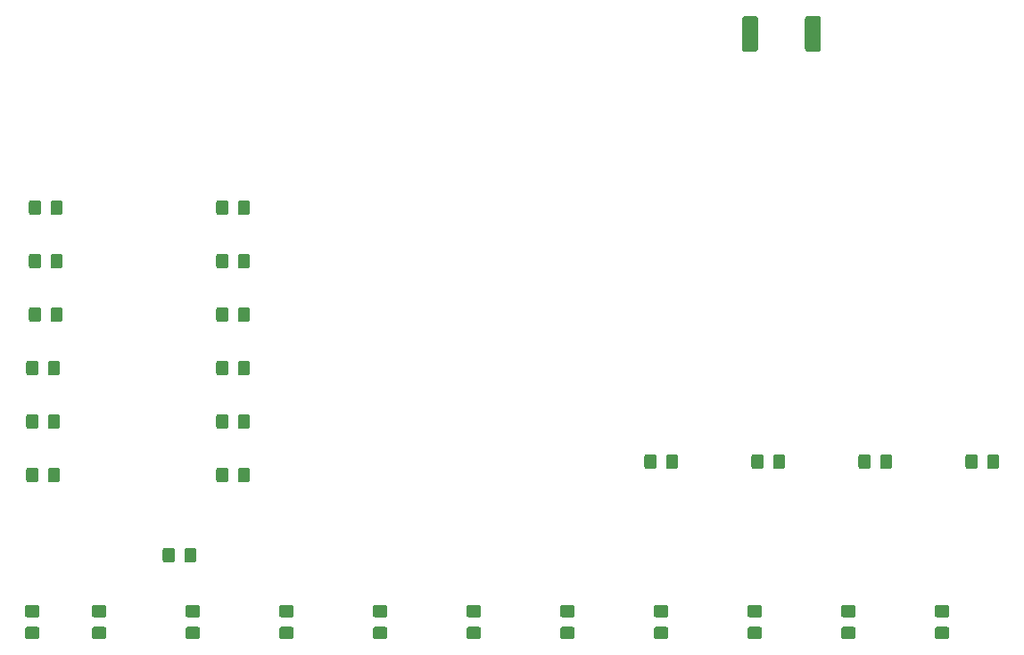
<source format=gbr>
G04 #@! TF.GenerationSoftware,KiCad,Pcbnew,(5.1.5)-3*
G04 #@! TF.CreationDate,2020-01-31T15:08:37+01:00*
G04 #@! TF.ProjectId,Greenkeeper,47726565-6e6b-4656-9570-65722e6b6963,1.0*
G04 #@! TF.SameCoordinates,Original*
G04 #@! TF.FileFunction,Paste,Top*
G04 #@! TF.FilePolarity,Positive*
%FSLAX46Y46*%
G04 Gerber Fmt 4.6, Leading zero omitted, Abs format (unit mm)*
G04 Created by KiCad (PCBNEW (5.1.5)-3) date 2020-01-31 15:08:37*
%MOMM*%
%LPD*%
G04 APERTURE LIST*
%ADD10C,0.100000*%
G04 APERTURE END LIST*
D10*
G36*
X180054505Y-64366204D02*
G01*
X180078773Y-64369804D01*
X180102572Y-64375765D01*
X180125671Y-64384030D01*
X180147850Y-64394520D01*
X180168893Y-64407132D01*
X180188599Y-64421747D01*
X180206777Y-64438223D01*
X180223253Y-64456401D01*
X180237868Y-64476107D01*
X180250480Y-64497150D01*
X180260970Y-64519329D01*
X180269235Y-64542428D01*
X180275196Y-64566227D01*
X180278796Y-64590495D01*
X180280000Y-64614999D01*
X180280000Y-67465001D01*
X180278796Y-67489505D01*
X180275196Y-67513773D01*
X180269235Y-67537572D01*
X180260970Y-67560671D01*
X180250480Y-67582850D01*
X180237868Y-67603893D01*
X180223253Y-67623599D01*
X180206777Y-67641777D01*
X180188599Y-67658253D01*
X180168893Y-67672868D01*
X180147850Y-67685480D01*
X180125671Y-67695970D01*
X180102572Y-67704235D01*
X180078773Y-67710196D01*
X180054505Y-67713796D01*
X180030001Y-67715000D01*
X179004999Y-67715000D01*
X178980495Y-67713796D01*
X178956227Y-67710196D01*
X178932428Y-67704235D01*
X178909329Y-67695970D01*
X178887150Y-67685480D01*
X178866107Y-67672868D01*
X178846401Y-67658253D01*
X178828223Y-67641777D01*
X178811747Y-67623599D01*
X178797132Y-67603893D01*
X178784520Y-67582850D01*
X178774030Y-67560671D01*
X178765765Y-67537572D01*
X178759804Y-67513773D01*
X178756204Y-67489505D01*
X178755000Y-67465001D01*
X178755000Y-64614999D01*
X178756204Y-64590495D01*
X178759804Y-64566227D01*
X178765765Y-64542428D01*
X178774030Y-64519329D01*
X178784520Y-64497150D01*
X178797132Y-64476107D01*
X178811747Y-64456401D01*
X178828223Y-64438223D01*
X178846401Y-64421747D01*
X178866107Y-64407132D01*
X178887150Y-64394520D01*
X178909329Y-64384030D01*
X178932428Y-64375765D01*
X178956227Y-64369804D01*
X178980495Y-64366204D01*
X179004999Y-64365000D01*
X180030001Y-64365000D01*
X180054505Y-64366204D01*
G37*
G36*
X174079505Y-64366204D02*
G01*
X174103773Y-64369804D01*
X174127572Y-64375765D01*
X174150671Y-64384030D01*
X174172850Y-64394520D01*
X174193893Y-64407132D01*
X174213599Y-64421747D01*
X174231777Y-64438223D01*
X174248253Y-64456401D01*
X174262868Y-64476107D01*
X174275480Y-64497150D01*
X174285970Y-64519329D01*
X174294235Y-64542428D01*
X174300196Y-64566227D01*
X174303796Y-64590495D01*
X174305000Y-64614999D01*
X174305000Y-67465001D01*
X174303796Y-67489505D01*
X174300196Y-67513773D01*
X174294235Y-67537572D01*
X174285970Y-67560671D01*
X174275480Y-67582850D01*
X174262868Y-67603893D01*
X174248253Y-67623599D01*
X174231777Y-67641777D01*
X174213599Y-67658253D01*
X174193893Y-67672868D01*
X174172850Y-67685480D01*
X174150671Y-67695970D01*
X174127572Y-67704235D01*
X174103773Y-67710196D01*
X174079505Y-67713796D01*
X174055001Y-67715000D01*
X173029999Y-67715000D01*
X173005495Y-67713796D01*
X172981227Y-67710196D01*
X172957428Y-67704235D01*
X172934329Y-67695970D01*
X172912150Y-67685480D01*
X172891107Y-67672868D01*
X172871401Y-67658253D01*
X172853223Y-67641777D01*
X172836747Y-67623599D01*
X172822132Y-67603893D01*
X172809520Y-67582850D01*
X172799030Y-67560671D01*
X172790765Y-67537572D01*
X172784804Y-67513773D01*
X172781204Y-67489505D01*
X172780000Y-67465001D01*
X172780000Y-64614999D01*
X172781204Y-64590495D01*
X172784804Y-64566227D01*
X172790765Y-64542428D01*
X172799030Y-64519329D01*
X172809520Y-64497150D01*
X172822132Y-64476107D01*
X172836747Y-64456401D01*
X172853223Y-64438223D01*
X172871401Y-64421747D01*
X172891107Y-64407132D01*
X172912150Y-64394520D01*
X172934329Y-64384030D01*
X172957428Y-64375765D01*
X172981227Y-64369804D01*
X173005495Y-64366204D01*
X173029999Y-64365000D01*
X174055001Y-64365000D01*
X174079505Y-64366204D01*
G37*
G36*
X118704505Y-114871204D02*
G01*
X118728773Y-114874804D01*
X118752572Y-114880765D01*
X118775671Y-114889030D01*
X118797850Y-114899520D01*
X118818893Y-114912132D01*
X118838599Y-114926747D01*
X118856777Y-114943223D01*
X118873253Y-114961401D01*
X118887868Y-114981107D01*
X118900480Y-115002150D01*
X118910970Y-115024329D01*
X118919235Y-115047428D01*
X118925196Y-115071227D01*
X118928796Y-115095495D01*
X118930000Y-115119999D01*
X118930000Y-116020001D01*
X118928796Y-116044505D01*
X118925196Y-116068773D01*
X118919235Y-116092572D01*
X118910970Y-116115671D01*
X118900480Y-116137850D01*
X118887868Y-116158893D01*
X118873253Y-116178599D01*
X118856777Y-116196777D01*
X118838599Y-116213253D01*
X118818893Y-116227868D01*
X118797850Y-116240480D01*
X118775671Y-116250970D01*
X118752572Y-116259235D01*
X118728773Y-116265196D01*
X118704505Y-116268796D01*
X118680001Y-116270000D01*
X118029999Y-116270000D01*
X118005495Y-116268796D01*
X117981227Y-116265196D01*
X117957428Y-116259235D01*
X117934329Y-116250970D01*
X117912150Y-116240480D01*
X117891107Y-116227868D01*
X117871401Y-116213253D01*
X117853223Y-116196777D01*
X117836747Y-116178599D01*
X117822132Y-116158893D01*
X117809520Y-116137850D01*
X117799030Y-116115671D01*
X117790765Y-116092572D01*
X117784804Y-116068773D01*
X117781204Y-116044505D01*
X117780000Y-116020001D01*
X117780000Y-115119999D01*
X117781204Y-115095495D01*
X117784804Y-115071227D01*
X117790765Y-115047428D01*
X117799030Y-115024329D01*
X117809520Y-115002150D01*
X117822132Y-114981107D01*
X117836747Y-114961401D01*
X117853223Y-114943223D01*
X117871401Y-114926747D01*
X117891107Y-114912132D01*
X117912150Y-114899520D01*
X117934329Y-114889030D01*
X117957428Y-114880765D01*
X117981227Y-114874804D01*
X118005495Y-114871204D01*
X118029999Y-114870000D01*
X118680001Y-114870000D01*
X118704505Y-114871204D01*
G37*
G36*
X120754505Y-114871204D02*
G01*
X120778773Y-114874804D01*
X120802572Y-114880765D01*
X120825671Y-114889030D01*
X120847850Y-114899520D01*
X120868893Y-114912132D01*
X120888599Y-114926747D01*
X120906777Y-114943223D01*
X120923253Y-114961401D01*
X120937868Y-114981107D01*
X120950480Y-115002150D01*
X120960970Y-115024329D01*
X120969235Y-115047428D01*
X120975196Y-115071227D01*
X120978796Y-115095495D01*
X120980000Y-115119999D01*
X120980000Y-116020001D01*
X120978796Y-116044505D01*
X120975196Y-116068773D01*
X120969235Y-116092572D01*
X120960970Y-116115671D01*
X120950480Y-116137850D01*
X120937868Y-116158893D01*
X120923253Y-116178599D01*
X120906777Y-116196777D01*
X120888599Y-116213253D01*
X120868893Y-116227868D01*
X120847850Y-116240480D01*
X120825671Y-116250970D01*
X120802572Y-116259235D01*
X120778773Y-116265196D01*
X120754505Y-116268796D01*
X120730001Y-116270000D01*
X120079999Y-116270000D01*
X120055495Y-116268796D01*
X120031227Y-116265196D01*
X120007428Y-116259235D01*
X119984329Y-116250970D01*
X119962150Y-116240480D01*
X119941107Y-116227868D01*
X119921401Y-116213253D01*
X119903223Y-116196777D01*
X119886747Y-116178599D01*
X119872132Y-116158893D01*
X119859520Y-116137850D01*
X119849030Y-116115671D01*
X119840765Y-116092572D01*
X119834804Y-116068773D01*
X119831204Y-116044505D01*
X119830000Y-116020001D01*
X119830000Y-115119999D01*
X119831204Y-115095495D01*
X119834804Y-115071227D01*
X119840765Y-115047428D01*
X119849030Y-115024329D01*
X119859520Y-115002150D01*
X119872132Y-114981107D01*
X119886747Y-114961401D01*
X119903223Y-114943223D01*
X119921401Y-114926747D01*
X119941107Y-114912132D01*
X119962150Y-114899520D01*
X119984329Y-114889030D01*
X120007428Y-114880765D01*
X120031227Y-114874804D01*
X120055495Y-114871204D01*
X120079999Y-114870000D01*
X120730001Y-114870000D01*
X120754505Y-114871204D01*
G37*
G36*
X130014505Y-120321204D02*
G01*
X130038773Y-120324804D01*
X130062572Y-120330765D01*
X130085671Y-120339030D01*
X130107850Y-120349520D01*
X130128893Y-120362132D01*
X130148599Y-120376747D01*
X130166777Y-120393223D01*
X130183253Y-120411401D01*
X130197868Y-120431107D01*
X130210480Y-120452150D01*
X130220970Y-120474329D01*
X130229235Y-120497428D01*
X130235196Y-120521227D01*
X130238796Y-120545495D01*
X130240000Y-120569999D01*
X130240000Y-121220001D01*
X130238796Y-121244505D01*
X130235196Y-121268773D01*
X130229235Y-121292572D01*
X130220970Y-121315671D01*
X130210480Y-121337850D01*
X130197868Y-121358893D01*
X130183253Y-121378599D01*
X130166777Y-121396777D01*
X130148599Y-121413253D01*
X130128893Y-121427868D01*
X130107850Y-121440480D01*
X130085671Y-121450970D01*
X130062572Y-121459235D01*
X130038773Y-121465196D01*
X130014505Y-121468796D01*
X129990001Y-121470000D01*
X129089999Y-121470000D01*
X129065495Y-121468796D01*
X129041227Y-121465196D01*
X129017428Y-121459235D01*
X128994329Y-121450970D01*
X128972150Y-121440480D01*
X128951107Y-121427868D01*
X128931401Y-121413253D01*
X128913223Y-121396777D01*
X128896747Y-121378599D01*
X128882132Y-121358893D01*
X128869520Y-121337850D01*
X128859030Y-121315671D01*
X128850765Y-121292572D01*
X128844804Y-121268773D01*
X128841204Y-121244505D01*
X128840000Y-121220001D01*
X128840000Y-120569999D01*
X128841204Y-120545495D01*
X128844804Y-120521227D01*
X128850765Y-120497428D01*
X128859030Y-120474329D01*
X128869520Y-120452150D01*
X128882132Y-120431107D01*
X128896747Y-120411401D01*
X128913223Y-120393223D01*
X128931401Y-120376747D01*
X128951107Y-120362132D01*
X128972150Y-120349520D01*
X128994329Y-120339030D01*
X129017428Y-120330765D01*
X129041227Y-120324804D01*
X129065495Y-120321204D01*
X129089999Y-120320000D01*
X129990001Y-120320000D01*
X130014505Y-120321204D01*
G37*
G36*
X130014505Y-122371204D02*
G01*
X130038773Y-122374804D01*
X130062572Y-122380765D01*
X130085671Y-122389030D01*
X130107850Y-122399520D01*
X130128893Y-122412132D01*
X130148599Y-122426747D01*
X130166777Y-122443223D01*
X130183253Y-122461401D01*
X130197868Y-122481107D01*
X130210480Y-122502150D01*
X130220970Y-122524329D01*
X130229235Y-122547428D01*
X130235196Y-122571227D01*
X130238796Y-122595495D01*
X130240000Y-122619999D01*
X130240000Y-123270001D01*
X130238796Y-123294505D01*
X130235196Y-123318773D01*
X130229235Y-123342572D01*
X130220970Y-123365671D01*
X130210480Y-123387850D01*
X130197868Y-123408893D01*
X130183253Y-123428599D01*
X130166777Y-123446777D01*
X130148599Y-123463253D01*
X130128893Y-123477868D01*
X130107850Y-123490480D01*
X130085671Y-123500970D01*
X130062572Y-123509235D01*
X130038773Y-123515196D01*
X130014505Y-123518796D01*
X129990001Y-123520000D01*
X129089999Y-123520000D01*
X129065495Y-123518796D01*
X129041227Y-123515196D01*
X129017428Y-123509235D01*
X128994329Y-123500970D01*
X128972150Y-123490480D01*
X128951107Y-123477868D01*
X128931401Y-123463253D01*
X128913223Y-123446777D01*
X128896747Y-123428599D01*
X128882132Y-123408893D01*
X128869520Y-123387850D01*
X128859030Y-123365671D01*
X128850765Y-123342572D01*
X128844804Y-123318773D01*
X128841204Y-123294505D01*
X128840000Y-123270001D01*
X128840000Y-122619999D01*
X128841204Y-122595495D01*
X128844804Y-122571227D01*
X128850765Y-122547428D01*
X128859030Y-122524329D01*
X128869520Y-122502150D01*
X128882132Y-122481107D01*
X128896747Y-122461401D01*
X128913223Y-122443223D01*
X128931401Y-122426747D01*
X128951107Y-122412132D01*
X128972150Y-122399520D01*
X128994329Y-122389030D01*
X129017428Y-122380765D01*
X129041227Y-122374804D01*
X129065495Y-122371204D01*
X129089999Y-122370000D01*
X129990001Y-122370000D01*
X130014505Y-122371204D01*
G37*
G36*
X138904505Y-122371204D02*
G01*
X138928773Y-122374804D01*
X138952572Y-122380765D01*
X138975671Y-122389030D01*
X138997850Y-122399520D01*
X139018893Y-122412132D01*
X139038599Y-122426747D01*
X139056777Y-122443223D01*
X139073253Y-122461401D01*
X139087868Y-122481107D01*
X139100480Y-122502150D01*
X139110970Y-122524329D01*
X139119235Y-122547428D01*
X139125196Y-122571227D01*
X139128796Y-122595495D01*
X139130000Y-122619999D01*
X139130000Y-123270001D01*
X139128796Y-123294505D01*
X139125196Y-123318773D01*
X139119235Y-123342572D01*
X139110970Y-123365671D01*
X139100480Y-123387850D01*
X139087868Y-123408893D01*
X139073253Y-123428599D01*
X139056777Y-123446777D01*
X139038599Y-123463253D01*
X139018893Y-123477868D01*
X138997850Y-123490480D01*
X138975671Y-123500970D01*
X138952572Y-123509235D01*
X138928773Y-123515196D01*
X138904505Y-123518796D01*
X138880001Y-123520000D01*
X137979999Y-123520000D01*
X137955495Y-123518796D01*
X137931227Y-123515196D01*
X137907428Y-123509235D01*
X137884329Y-123500970D01*
X137862150Y-123490480D01*
X137841107Y-123477868D01*
X137821401Y-123463253D01*
X137803223Y-123446777D01*
X137786747Y-123428599D01*
X137772132Y-123408893D01*
X137759520Y-123387850D01*
X137749030Y-123365671D01*
X137740765Y-123342572D01*
X137734804Y-123318773D01*
X137731204Y-123294505D01*
X137730000Y-123270001D01*
X137730000Y-122619999D01*
X137731204Y-122595495D01*
X137734804Y-122571227D01*
X137740765Y-122547428D01*
X137749030Y-122524329D01*
X137759520Y-122502150D01*
X137772132Y-122481107D01*
X137786747Y-122461401D01*
X137803223Y-122443223D01*
X137821401Y-122426747D01*
X137841107Y-122412132D01*
X137862150Y-122399520D01*
X137884329Y-122389030D01*
X137907428Y-122380765D01*
X137931227Y-122374804D01*
X137955495Y-122371204D01*
X137979999Y-122370000D01*
X138880001Y-122370000D01*
X138904505Y-122371204D01*
G37*
G36*
X138904505Y-120321204D02*
G01*
X138928773Y-120324804D01*
X138952572Y-120330765D01*
X138975671Y-120339030D01*
X138997850Y-120349520D01*
X139018893Y-120362132D01*
X139038599Y-120376747D01*
X139056777Y-120393223D01*
X139073253Y-120411401D01*
X139087868Y-120431107D01*
X139100480Y-120452150D01*
X139110970Y-120474329D01*
X139119235Y-120497428D01*
X139125196Y-120521227D01*
X139128796Y-120545495D01*
X139130000Y-120569999D01*
X139130000Y-121220001D01*
X139128796Y-121244505D01*
X139125196Y-121268773D01*
X139119235Y-121292572D01*
X139110970Y-121315671D01*
X139100480Y-121337850D01*
X139087868Y-121358893D01*
X139073253Y-121378599D01*
X139056777Y-121396777D01*
X139038599Y-121413253D01*
X139018893Y-121427868D01*
X138997850Y-121440480D01*
X138975671Y-121450970D01*
X138952572Y-121459235D01*
X138928773Y-121465196D01*
X138904505Y-121468796D01*
X138880001Y-121470000D01*
X137979999Y-121470000D01*
X137955495Y-121468796D01*
X137931227Y-121465196D01*
X137907428Y-121459235D01*
X137884329Y-121450970D01*
X137862150Y-121440480D01*
X137841107Y-121427868D01*
X137821401Y-121413253D01*
X137803223Y-121396777D01*
X137786747Y-121378599D01*
X137772132Y-121358893D01*
X137759520Y-121337850D01*
X137749030Y-121315671D01*
X137740765Y-121292572D01*
X137734804Y-121268773D01*
X137731204Y-121244505D01*
X137730000Y-121220001D01*
X137730000Y-120569999D01*
X137731204Y-120545495D01*
X137734804Y-120521227D01*
X137740765Y-120497428D01*
X137749030Y-120474329D01*
X137759520Y-120452150D01*
X137772132Y-120431107D01*
X137786747Y-120411401D01*
X137803223Y-120393223D01*
X137821401Y-120376747D01*
X137841107Y-120362132D01*
X137862150Y-120349520D01*
X137884329Y-120339030D01*
X137907428Y-120330765D01*
X137931227Y-120324804D01*
X137955495Y-120321204D01*
X137979999Y-120320000D01*
X138880001Y-120320000D01*
X138904505Y-120321204D01*
G37*
G36*
X147794505Y-122371204D02*
G01*
X147818773Y-122374804D01*
X147842572Y-122380765D01*
X147865671Y-122389030D01*
X147887850Y-122399520D01*
X147908893Y-122412132D01*
X147928599Y-122426747D01*
X147946777Y-122443223D01*
X147963253Y-122461401D01*
X147977868Y-122481107D01*
X147990480Y-122502150D01*
X148000970Y-122524329D01*
X148009235Y-122547428D01*
X148015196Y-122571227D01*
X148018796Y-122595495D01*
X148020000Y-122619999D01*
X148020000Y-123270001D01*
X148018796Y-123294505D01*
X148015196Y-123318773D01*
X148009235Y-123342572D01*
X148000970Y-123365671D01*
X147990480Y-123387850D01*
X147977868Y-123408893D01*
X147963253Y-123428599D01*
X147946777Y-123446777D01*
X147928599Y-123463253D01*
X147908893Y-123477868D01*
X147887850Y-123490480D01*
X147865671Y-123500970D01*
X147842572Y-123509235D01*
X147818773Y-123515196D01*
X147794505Y-123518796D01*
X147770001Y-123520000D01*
X146869999Y-123520000D01*
X146845495Y-123518796D01*
X146821227Y-123515196D01*
X146797428Y-123509235D01*
X146774329Y-123500970D01*
X146752150Y-123490480D01*
X146731107Y-123477868D01*
X146711401Y-123463253D01*
X146693223Y-123446777D01*
X146676747Y-123428599D01*
X146662132Y-123408893D01*
X146649520Y-123387850D01*
X146639030Y-123365671D01*
X146630765Y-123342572D01*
X146624804Y-123318773D01*
X146621204Y-123294505D01*
X146620000Y-123270001D01*
X146620000Y-122619999D01*
X146621204Y-122595495D01*
X146624804Y-122571227D01*
X146630765Y-122547428D01*
X146639030Y-122524329D01*
X146649520Y-122502150D01*
X146662132Y-122481107D01*
X146676747Y-122461401D01*
X146693223Y-122443223D01*
X146711401Y-122426747D01*
X146731107Y-122412132D01*
X146752150Y-122399520D01*
X146774329Y-122389030D01*
X146797428Y-122380765D01*
X146821227Y-122374804D01*
X146845495Y-122371204D01*
X146869999Y-122370000D01*
X147770001Y-122370000D01*
X147794505Y-122371204D01*
G37*
G36*
X147794505Y-120321204D02*
G01*
X147818773Y-120324804D01*
X147842572Y-120330765D01*
X147865671Y-120339030D01*
X147887850Y-120349520D01*
X147908893Y-120362132D01*
X147928599Y-120376747D01*
X147946777Y-120393223D01*
X147963253Y-120411401D01*
X147977868Y-120431107D01*
X147990480Y-120452150D01*
X148000970Y-120474329D01*
X148009235Y-120497428D01*
X148015196Y-120521227D01*
X148018796Y-120545495D01*
X148020000Y-120569999D01*
X148020000Y-121220001D01*
X148018796Y-121244505D01*
X148015196Y-121268773D01*
X148009235Y-121292572D01*
X148000970Y-121315671D01*
X147990480Y-121337850D01*
X147977868Y-121358893D01*
X147963253Y-121378599D01*
X147946777Y-121396777D01*
X147928599Y-121413253D01*
X147908893Y-121427868D01*
X147887850Y-121440480D01*
X147865671Y-121450970D01*
X147842572Y-121459235D01*
X147818773Y-121465196D01*
X147794505Y-121468796D01*
X147770001Y-121470000D01*
X146869999Y-121470000D01*
X146845495Y-121468796D01*
X146821227Y-121465196D01*
X146797428Y-121459235D01*
X146774329Y-121450970D01*
X146752150Y-121440480D01*
X146731107Y-121427868D01*
X146711401Y-121413253D01*
X146693223Y-121396777D01*
X146676747Y-121378599D01*
X146662132Y-121358893D01*
X146649520Y-121337850D01*
X146639030Y-121315671D01*
X146630765Y-121292572D01*
X146624804Y-121268773D01*
X146621204Y-121244505D01*
X146620000Y-121220001D01*
X146620000Y-120569999D01*
X146621204Y-120545495D01*
X146624804Y-120521227D01*
X146630765Y-120497428D01*
X146639030Y-120474329D01*
X146649520Y-120452150D01*
X146662132Y-120431107D01*
X146676747Y-120411401D01*
X146693223Y-120393223D01*
X146711401Y-120376747D01*
X146731107Y-120362132D01*
X146752150Y-120349520D01*
X146774329Y-120339030D01*
X146797428Y-120330765D01*
X146821227Y-120324804D01*
X146845495Y-120321204D01*
X146869999Y-120320000D01*
X147770001Y-120320000D01*
X147794505Y-120321204D01*
G37*
G36*
X156684505Y-120321204D02*
G01*
X156708773Y-120324804D01*
X156732572Y-120330765D01*
X156755671Y-120339030D01*
X156777850Y-120349520D01*
X156798893Y-120362132D01*
X156818599Y-120376747D01*
X156836777Y-120393223D01*
X156853253Y-120411401D01*
X156867868Y-120431107D01*
X156880480Y-120452150D01*
X156890970Y-120474329D01*
X156899235Y-120497428D01*
X156905196Y-120521227D01*
X156908796Y-120545495D01*
X156910000Y-120569999D01*
X156910000Y-121220001D01*
X156908796Y-121244505D01*
X156905196Y-121268773D01*
X156899235Y-121292572D01*
X156890970Y-121315671D01*
X156880480Y-121337850D01*
X156867868Y-121358893D01*
X156853253Y-121378599D01*
X156836777Y-121396777D01*
X156818599Y-121413253D01*
X156798893Y-121427868D01*
X156777850Y-121440480D01*
X156755671Y-121450970D01*
X156732572Y-121459235D01*
X156708773Y-121465196D01*
X156684505Y-121468796D01*
X156660001Y-121470000D01*
X155759999Y-121470000D01*
X155735495Y-121468796D01*
X155711227Y-121465196D01*
X155687428Y-121459235D01*
X155664329Y-121450970D01*
X155642150Y-121440480D01*
X155621107Y-121427868D01*
X155601401Y-121413253D01*
X155583223Y-121396777D01*
X155566747Y-121378599D01*
X155552132Y-121358893D01*
X155539520Y-121337850D01*
X155529030Y-121315671D01*
X155520765Y-121292572D01*
X155514804Y-121268773D01*
X155511204Y-121244505D01*
X155510000Y-121220001D01*
X155510000Y-120569999D01*
X155511204Y-120545495D01*
X155514804Y-120521227D01*
X155520765Y-120497428D01*
X155529030Y-120474329D01*
X155539520Y-120452150D01*
X155552132Y-120431107D01*
X155566747Y-120411401D01*
X155583223Y-120393223D01*
X155601401Y-120376747D01*
X155621107Y-120362132D01*
X155642150Y-120349520D01*
X155664329Y-120339030D01*
X155687428Y-120330765D01*
X155711227Y-120324804D01*
X155735495Y-120321204D01*
X155759999Y-120320000D01*
X156660001Y-120320000D01*
X156684505Y-120321204D01*
G37*
G36*
X156684505Y-122371204D02*
G01*
X156708773Y-122374804D01*
X156732572Y-122380765D01*
X156755671Y-122389030D01*
X156777850Y-122399520D01*
X156798893Y-122412132D01*
X156818599Y-122426747D01*
X156836777Y-122443223D01*
X156853253Y-122461401D01*
X156867868Y-122481107D01*
X156880480Y-122502150D01*
X156890970Y-122524329D01*
X156899235Y-122547428D01*
X156905196Y-122571227D01*
X156908796Y-122595495D01*
X156910000Y-122619999D01*
X156910000Y-123270001D01*
X156908796Y-123294505D01*
X156905196Y-123318773D01*
X156899235Y-123342572D01*
X156890970Y-123365671D01*
X156880480Y-123387850D01*
X156867868Y-123408893D01*
X156853253Y-123428599D01*
X156836777Y-123446777D01*
X156818599Y-123463253D01*
X156798893Y-123477868D01*
X156777850Y-123490480D01*
X156755671Y-123500970D01*
X156732572Y-123509235D01*
X156708773Y-123515196D01*
X156684505Y-123518796D01*
X156660001Y-123520000D01*
X155759999Y-123520000D01*
X155735495Y-123518796D01*
X155711227Y-123515196D01*
X155687428Y-123509235D01*
X155664329Y-123500970D01*
X155642150Y-123490480D01*
X155621107Y-123477868D01*
X155601401Y-123463253D01*
X155583223Y-123446777D01*
X155566747Y-123428599D01*
X155552132Y-123408893D01*
X155539520Y-123387850D01*
X155529030Y-123365671D01*
X155520765Y-123342572D01*
X155514804Y-123318773D01*
X155511204Y-123294505D01*
X155510000Y-123270001D01*
X155510000Y-122619999D01*
X155511204Y-122595495D01*
X155514804Y-122571227D01*
X155520765Y-122547428D01*
X155529030Y-122524329D01*
X155539520Y-122502150D01*
X155552132Y-122481107D01*
X155566747Y-122461401D01*
X155583223Y-122443223D01*
X155601401Y-122426747D01*
X155621107Y-122412132D01*
X155642150Y-122399520D01*
X155664329Y-122389030D01*
X155687428Y-122380765D01*
X155711227Y-122374804D01*
X155735495Y-122371204D01*
X155759999Y-122370000D01*
X156660001Y-122370000D01*
X156684505Y-122371204D01*
G37*
G36*
X165574505Y-122371204D02*
G01*
X165598773Y-122374804D01*
X165622572Y-122380765D01*
X165645671Y-122389030D01*
X165667850Y-122399520D01*
X165688893Y-122412132D01*
X165708599Y-122426747D01*
X165726777Y-122443223D01*
X165743253Y-122461401D01*
X165757868Y-122481107D01*
X165770480Y-122502150D01*
X165780970Y-122524329D01*
X165789235Y-122547428D01*
X165795196Y-122571227D01*
X165798796Y-122595495D01*
X165800000Y-122619999D01*
X165800000Y-123270001D01*
X165798796Y-123294505D01*
X165795196Y-123318773D01*
X165789235Y-123342572D01*
X165780970Y-123365671D01*
X165770480Y-123387850D01*
X165757868Y-123408893D01*
X165743253Y-123428599D01*
X165726777Y-123446777D01*
X165708599Y-123463253D01*
X165688893Y-123477868D01*
X165667850Y-123490480D01*
X165645671Y-123500970D01*
X165622572Y-123509235D01*
X165598773Y-123515196D01*
X165574505Y-123518796D01*
X165550001Y-123520000D01*
X164649999Y-123520000D01*
X164625495Y-123518796D01*
X164601227Y-123515196D01*
X164577428Y-123509235D01*
X164554329Y-123500970D01*
X164532150Y-123490480D01*
X164511107Y-123477868D01*
X164491401Y-123463253D01*
X164473223Y-123446777D01*
X164456747Y-123428599D01*
X164442132Y-123408893D01*
X164429520Y-123387850D01*
X164419030Y-123365671D01*
X164410765Y-123342572D01*
X164404804Y-123318773D01*
X164401204Y-123294505D01*
X164400000Y-123270001D01*
X164400000Y-122619999D01*
X164401204Y-122595495D01*
X164404804Y-122571227D01*
X164410765Y-122547428D01*
X164419030Y-122524329D01*
X164429520Y-122502150D01*
X164442132Y-122481107D01*
X164456747Y-122461401D01*
X164473223Y-122443223D01*
X164491401Y-122426747D01*
X164511107Y-122412132D01*
X164532150Y-122399520D01*
X164554329Y-122389030D01*
X164577428Y-122380765D01*
X164601227Y-122374804D01*
X164625495Y-122371204D01*
X164649999Y-122370000D01*
X165550001Y-122370000D01*
X165574505Y-122371204D01*
G37*
G36*
X165574505Y-120321204D02*
G01*
X165598773Y-120324804D01*
X165622572Y-120330765D01*
X165645671Y-120339030D01*
X165667850Y-120349520D01*
X165688893Y-120362132D01*
X165708599Y-120376747D01*
X165726777Y-120393223D01*
X165743253Y-120411401D01*
X165757868Y-120431107D01*
X165770480Y-120452150D01*
X165780970Y-120474329D01*
X165789235Y-120497428D01*
X165795196Y-120521227D01*
X165798796Y-120545495D01*
X165800000Y-120569999D01*
X165800000Y-121220001D01*
X165798796Y-121244505D01*
X165795196Y-121268773D01*
X165789235Y-121292572D01*
X165780970Y-121315671D01*
X165770480Y-121337850D01*
X165757868Y-121358893D01*
X165743253Y-121378599D01*
X165726777Y-121396777D01*
X165708599Y-121413253D01*
X165688893Y-121427868D01*
X165667850Y-121440480D01*
X165645671Y-121450970D01*
X165622572Y-121459235D01*
X165598773Y-121465196D01*
X165574505Y-121468796D01*
X165550001Y-121470000D01*
X164649999Y-121470000D01*
X164625495Y-121468796D01*
X164601227Y-121465196D01*
X164577428Y-121459235D01*
X164554329Y-121450970D01*
X164532150Y-121440480D01*
X164511107Y-121427868D01*
X164491401Y-121413253D01*
X164473223Y-121396777D01*
X164456747Y-121378599D01*
X164442132Y-121358893D01*
X164429520Y-121337850D01*
X164419030Y-121315671D01*
X164410765Y-121292572D01*
X164404804Y-121268773D01*
X164401204Y-121244505D01*
X164400000Y-121220001D01*
X164400000Y-120569999D01*
X164401204Y-120545495D01*
X164404804Y-120521227D01*
X164410765Y-120497428D01*
X164419030Y-120474329D01*
X164429520Y-120452150D01*
X164442132Y-120431107D01*
X164456747Y-120411401D01*
X164473223Y-120393223D01*
X164491401Y-120376747D01*
X164511107Y-120362132D01*
X164532150Y-120349520D01*
X164554329Y-120339030D01*
X164577428Y-120330765D01*
X164601227Y-120324804D01*
X164625495Y-120321204D01*
X164649999Y-120320000D01*
X165550001Y-120320000D01*
X165574505Y-120321204D01*
G37*
G36*
X174464505Y-120321204D02*
G01*
X174488773Y-120324804D01*
X174512572Y-120330765D01*
X174535671Y-120339030D01*
X174557850Y-120349520D01*
X174578893Y-120362132D01*
X174598599Y-120376747D01*
X174616777Y-120393223D01*
X174633253Y-120411401D01*
X174647868Y-120431107D01*
X174660480Y-120452150D01*
X174670970Y-120474329D01*
X174679235Y-120497428D01*
X174685196Y-120521227D01*
X174688796Y-120545495D01*
X174690000Y-120569999D01*
X174690000Y-121220001D01*
X174688796Y-121244505D01*
X174685196Y-121268773D01*
X174679235Y-121292572D01*
X174670970Y-121315671D01*
X174660480Y-121337850D01*
X174647868Y-121358893D01*
X174633253Y-121378599D01*
X174616777Y-121396777D01*
X174598599Y-121413253D01*
X174578893Y-121427868D01*
X174557850Y-121440480D01*
X174535671Y-121450970D01*
X174512572Y-121459235D01*
X174488773Y-121465196D01*
X174464505Y-121468796D01*
X174440001Y-121470000D01*
X173539999Y-121470000D01*
X173515495Y-121468796D01*
X173491227Y-121465196D01*
X173467428Y-121459235D01*
X173444329Y-121450970D01*
X173422150Y-121440480D01*
X173401107Y-121427868D01*
X173381401Y-121413253D01*
X173363223Y-121396777D01*
X173346747Y-121378599D01*
X173332132Y-121358893D01*
X173319520Y-121337850D01*
X173309030Y-121315671D01*
X173300765Y-121292572D01*
X173294804Y-121268773D01*
X173291204Y-121244505D01*
X173290000Y-121220001D01*
X173290000Y-120569999D01*
X173291204Y-120545495D01*
X173294804Y-120521227D01*
X173300765Y-120497428D01*
X173309030Y-120474329D01*
X173319520Y-120452150D01*
X173332132Y-120431107D01*
X173346747Y-120411401D01*
X173363223Y-120393223D01*
X173381401Y-120376747D01*
X173401107Y-120362132D01*
X173422150Y-120349520D01*
X173444329Y-120339030D01*
X173467428Y-120330765D01*
X173491227Y-120324804D01*
X173515495Y-120321204D01*
X173539999Y-120320000D01*
X174440001Y-120320000D01*
X174464505Y-120321204D01*
G37*
G36*
X174464505Y-122371204D02*
G01*
X174488773Y-122374804D01*
X174512572Y-122380765D01*
X174535671Y-122389030D01*
X174557850Y-122399520D01*
X174578893Y-122412132D01*
X174598599Y-122426747D01*
X174616777Y-122443223D01*
X174633253Y-122461401D01*
X174647868Y-122481107D01*
X174660480Y-122502150D01*
X174670970Y-122524329D01*
X174679235Y-122547428D01*
X174685196Y-122571227D01*
X174688796Y-122595495D01*
X174690000Y-122619999D01*
X174690000Y-123270001D01*
X174688796Y-123294505D01*
X174685196Y-123318773D01*
X174679235Y-123342572D01*
X174670970Y-123365671D01*
X174660480Y-123387850D01*
X174647868Y-123408893D01*
X174633253Y-123428599D01*
X174616777Y-123446777D01*
X174598599Y-123463253D01*
X174578893Y-123477868D01*
X174557850Y-123490480D01*
X174535671Y-123500970D01*
X174512572Y-123509235D01*
X174488773Y-123515196D01*
X174464505Y-123518796D01*
X174440001Y-123520000D01*
X173539999Y-123520000D01*
X173515495Y-123518796D01*
X173491227Y-123515196D01*
X173467428Y-123509235D01*
X173444329Y-123500970D01*
X173422150Y-123490480D01*
X173401107Y-123477868D01*
X173381401Y-123463253D01*
X173363223Y-123446777D01*
X173346747Y-123428599D01*
X173332132Y-123408893D01*
X173319520Y-123387850D01*
X173309030Y-123365671D01*
X173300765Y-123342572D01*
X173294804Y-123318773D01*
X173291204Y-123294505D01*
X173290000Y-123270001D01*
X173290000Y-122619999D01*
X173291204Y-122595495D01*
X173294804Y-122571227D01*
X173300765Y-122547428D01*
X173309030Y-122524329D01*
X173319520Y-122502150D01*
X173332132Y-122481107D01*
X173346747Y-122461401D01*
X173363223Y-122443223D01*
X173381401Y-122426747D01*
X173401107Y-122412132D01*
X173422150Y-122399520D01*
X173444329Y-122389030D01*
X173467428Y-122380765D01*
X173491227Y-122374804D01*
X173515495Y-122371204D01*
X173539999Y-122370000D01*
X174440001Y-122370000D01*
X174464505Y-122371204D01*
G37*
G36*
X106004505Y-81851204D02*
G01*
X106028773Y-81854804D01*
X106052572Y-81860765D01*
X106075671Y-81869030D01*
X106097850Y-81879520D01*
X106118893Y-81892132D01*
X106138599Y-81906747D01*
X106156777Y-81923223D01*
X106173253Y-81941401D01*
X106187868Y-81961107D01*
X106200480Y-81982150D01*
X106210970Y-82004329D01*
X106219235Y-82027428D01*
X106225196Y-82051227D01*
X106228796Y-82075495D01*
X106230000Y-82099999D01*
X106230000Y-83000001D01*
X106228796Y-83024505D01*
X106225196Y-83048773D01*
X106219235Y-83072572D01*
X106210970Y-83095671D01*
X106200480Y-83117850D01*
X106187868Y-83138893D01*
X106173253Y-83158599D01*
X106156777Y-83176777D01*
X106138599Y-83193253D01*
X106118893Y-83207868D01*
X106097850Y-83220480D01*
X106075671Y-83230970D01*
X106052572Y-83239235D01*
X106028773Y-83245196D01*
X106004505Y-83248796D01*
X105980001Y-83250000D01*
X105329999Y-83250000D01*
X105305495Y-83248796D01*
X105281227Y-83245196D01*
X105257428Y-83239235D01*
X105234329Y-83230970D01*
X105212150Y-83220480D01*
X105191107Y-83207868D01*
X105171401Y-83193253D01*
X105153223Y-83176777D01*
X105136747Y-83158599D01*
X105122132Y-83138893D01*
X105109520Y-83117850D01*
X105099030Y-83095671D01*
X105090765Y-83072572D01*
X105084804Y-83048773D01*
X105081204Y-83024505D01*
X105080000Y-83000001D01*
X105080000Y-82099999D01*
X105081204Y-82075495D01*
X105084804Y-82051227D01*
X105090765Y-82027428D01*
X105099030Y-82004329D01*
X105109520Y-81982150D01*
X105122132Y-81961107D01*
X105136747Y-81941401D01*
X105153223Y-81923223D01*
X105171401Y-81906747D01*
X105191107Y-81892132D01*
X105212150Y-81879520D01*
X105234329Y-81869030D01*
X105257428Y-81860765D01*
X105281227Y-81854804D01*
X105305495Y-81851204D01*
X105329999Y-81850000D01*
X105980001Y-81850000D01*
X106004505Y-81851204D01*
G37*
G36*
X108054505Y-81851204D02*
G01*
X108078773Y-81854804D01*
X108102572Y-81860765D01*
X108125671Y-81869030D01*
X108147850Y-81879520D01*
X108168893Y-81892132D01*
X108188599Y-81906747D01*
X108206777Y-81923223D01*
X108223253Y-81941401D01*
X108237868Y-81961107D01*
X108250480Y-81982150D01*
X108260970Y-82004329D01*
X108269235Y-82027428D01*
X108275196Y-82051227D01*
X108278796Y-82075495D01*
X108280000Y-82099999D01*
X108280000Y-83000001D01*
X108278796Y-83024505D01*
X108275196Y-83048773D01*
X108269235Y-83072572D01*
X108260970Y-83095671D01*
X108250480Y-83117850D01*
X108237868Y-83138893D01*
X108223253Y-83158599D01*
X108206777Y-83176777D01*
X108188599Y-83193253D01*
X108168893Y-83207868D01*
X108147850Y-83220480D01*
X108125671Y-83230970D01*
X108102572Y-83239235D01*
X108078773Y-83245196D01*
X108054505Y-83248796D01*
X108030001Y-83250000D01*
X107379999Y-83250000D01*
X107355495Y-83248796D01*
X107331227Y-83245196D01*
X107307428Y-83239235D01*
X107284329Y-83230970D01*
X107262150Y-83220480D01*
X107241107Y-83207868D01*
X107221401Y-83193253D01*
X107203223Y-83176777D01*
X107186747Y-83158599D01*
X107172132Y-83138893D01*
X107159520Y-83117850D01*
X107149030Y-83095671D01*
X107140765Y-83072572D01*
X107134804Y-83048773D01*
X107131204Y-83024505D01*
X107130000Y-83000001D01*
X107130000Y-82099999D01*
X107131204Y-82075495D01*
X107134804Y-82051227D01*
X107140765Y-82027428D01*
X107149030Y-82004329D01*
X107159520Y-81982150D01*
X107172132Y-81961107D01*
X107186747Y-81941401D01*
X107203223Y-81923223D01*
X107221401Y-81906747D01*
X107241107Y-81892132D01*
X107262150Y-81879520D01*
X107284329Y-81869030D01*
X107307428Y-81860765D01*
X107331227Y-81854804D01*
X107355495Y-81851204D01*
X107379999Y-81850000D01*
X108030001Y-81850000D01*
X108054505Y-81851204D01*
G37*
G36*
X108054505Y-86931204D02*
G01*
X108078773Y-86934804D01*
X108102572Y-86940765D01*
X108125671Y-86949030D01*
X108147850Y-86959520D01*
X108168893Y-86972132D01*
X108188599Y-86986747D01*
X108206777Y-87003223D01*
X108223253Y-87021401D01*
X108237868Y-87041107D01*
X108250480Y-87062150D01*
X108260970Y-87084329D01*
X108269235Y-87107428D01*
X108275196Y-87131227D01*
X108278796Y-87155495D01*
X108280000Y-87179999D01*
X108280000Y-88080001D01*
X108278796Y-88104505D01*
X108275196Y-88128773D01*
X108269235Y-88152572D01*
X108260970Y-88175671D01*
X108250480Y-88197850D01*
X108237868Y-88218893D01*
X108223253Y-88238599D01*
X108206777Y-88256777D01*
X108188599Y-88273253D01*
X108168893Y-88287868D01*
X108147850Y-88300480D01*
X108125671Y-88310970D01*
X108102572Y-88319235D01*
X108078773Y-88325196D01*
X108054505Y-88328796D01*
X108030001Y-88330000D01*
X107379999Y-88330000D01*
X107355495Y-88328796D01*
X107331227Y-88325196D01*
X107307428Y-88319235D01*
X107284329Y-88310970D01*
X107262150Y-88300480D01*
X107241107Y-88287868D01*
X107221401Y-88273253D01*
X107203223Y-88256777D01*
X107186747Y-88238599D01*
X107172132Y-88218893D01*
X107159520Y-88197850D01*
X107149030Y-88175671D01*
X107140765Y-88152572D01*
X107134804Y-88128773D01*
X107131204Y-88104505D01*
X107130000Y-88080001D01*
X107130000Y-87179999D01*
X107131204Y-87155495D01*
X107134804Y-87131227D01*
X107140765Y-87107428D01*
X107149030Y-87084329D01*
X107159520Y-87062150D01*
X107172132Y-87041107D01*
X107186747Y-87021401D01*
X107203223Y-87003223D01*
X107221401Y-86986747D01*
X107241107Y-86972132D01*
X107262150Y-86959520D01*
X107284329Y-86949030D01*
X107307428Y-86940765D01*
X107331227Y-86934804D01*
X107355495Y-86931204D01*
X107379999Y-86930000D01*
X108030001Y-86930000D01*
X108054505Y-86931204D01*
G37*
G36*
X106004505Y-86931204D02*
G01*
X106028773Y-86934804D01*
X106052572Y-86940765D01*
X106075671Y-86949030D01*
X106097850Y-86959520D01*
X106118893Y-86972132D01*
X106138599Y-86986747D01*
X106156777Y-87003223D01*
X106173253Y-87021401D01*
X106187868Y-87041107D01*
X106200480Y-87062150D01*
X106210970Y-87084329D01*
X106219235Y-87107428D01*
X106225196Y-87131227D01*
X106228796Y-87155495D01*
X106230000Y-87179999D01*
X106230000Y-88080001D01*
X106228796Y-88104505D01*
X106225196Y-88128773D01*
X106219235Y-88152572D01*
X106210970Y-88175671D01*
X106200480Y-88197850D01*
X106187868Y-88218893D01*
X106173253Y-88238599D01*
X106156777Y-88256777D01*
X106138599Y-88273253D01*
X106118893Y-88287868D01*
X106097850Y-88300480D01*
X106075671Y-88310970D01*
X106052572Y-88319235D01*
X106028773Y-88325196D01*
X106004505Y-88328796D01*
X105980001Y-88330000D01*
X105329999Y-88330000D01*
X105305495Y-88328796D01*
X105281227Y-88325196D01*
X105257428Y-88319235D01*
X105234329Y-88310970D01*
X105212150Y-88300480D01*
X105191107Y-88287868D01*
X105171401Y-88273253D01*
X105153223Y-88256777D01*
X105136747Y-88238599D01*
X105122132Y-88218893D01*
X105109520Y-88197850D01*
X105099030Y-88175671D01*
X105090765Y-88152572D01*
X105084804Y-88128773D01*
X105081204Y-88104505D01*
X105080000Y-88080001D01*
X105080000Y-87179999D01*
X105081204Y-87155495D01*
X105084804Y-87131227D01*
X105090765Y-87107428D01*
X105099030Y-87084329D01*
X105109520Y-87062150D01*
X105122132Y-87041107D01*
X105136747Y-87021401D01*
X105153223Y-87003223D01*
X105171401Y-86986747D01*
X105191107Y-86972132D01*
X105212150Y-86959520D01*
X105234329Y-86949030D01*
X105257428Y-86940765D01*
X105281227Y-86934804D01*
X105305495Y-86931204D01*
X105329999Y-86930000D01*
X105980001Y-86930000D01*
X106004505Y-86931204D01*
G37*
G36*
X106004505Y-92011204D02*
G01*
X106028773Y-92014804D01*
X106052572Y-92020765D01*
X106075671Y-92029030D01*
X106097850Y-92039520D01*
X106118893Y-92052132D01*
X106138599Y-92066747D01*
X106156777Y-92083223D01*
X106173253Y-92101401D01*
X106187868Y-92121107D01*
X106200480Y-92142150D01*
X106210970Y-92164329D01*
X106219235Y-92187428D01*
X106225196Y-92211227D01*
X106228796Y-92235495D01*
X106230000Y-92259999D01*
X106230000Y-93160001D01*
X106228796Y-93184505D01*
X106225196Y-93208773D01*
X106219235Y-93232572D01*
X106210970Y-93255671D01*
X106200480Y-93277850D01*
X106187868Y-93298893D01*
X106173253Y-93318599D01*
X106156777Y-93336777D01*
X106138599Y-93353253D01*
X106118893Y-93367868D01*
X106097850Y-93380480D01*
X106075671Y-93390970D01*
X106052572Y-93399235D01*
X106028773Y-93405196D01*
X106004505Y-93408796D01*
X105980001Y-93410000D01*
X105329999Y-93410000D01*
X105305495Y-93408796D01*
X105281227Y-93405196D01*
X105257428Y-93399235D01*
X105234329Y-93390970D01*
X105212150Y-93380480D01*
X105191107Y-93367868D01*
X105171401Y-93353253D01*
X105153223Y-93336777D01*
X105136747Y-93318599D01*
X105122132Y-93298893D01*
X105109520Y-93277850D01*
X105099030Y-93255671D01*
X105090765Y-93232572D01*
X105084804Y-93208773D01*
X105081204Y-93184505D01*
X105080000Y-93160001D01*
X105080000Y-92259999D01*
X105081204Y-92235495D01*
X105084804Y-92211227D01*
X105090765Y-92187428D01*
X105099030Y-92164329D01*
X105109520Y-92142150D01*
X105122132Y-92121107D01*
X105136747Y-92101401D01*
X105153223Y-92083223D01*
X105171401Y-92066747D01*
X105191107Y-92052132D01*
X105212150Y-92039520D01*
X105234329Y-92029030D01*
X105257428Y-92020765D01*
X105281227Y-92014804D01*
X105305495Y-92011204D01*
X105329999Y-92010000D01*
X105980001Y-92010000D01*
X106004505Y-92011204D01*
G37*
G36*
X108054505Y-92011204D02*
G01*
X108078773Y-92014804D01*
X108102572Y-92020765D01*
X108125671Y-92029030D01*
X108147850Y-92039520D01*
X108168893Y-92052132D01*
X108188599Y-92066747D01*
X108206777Y-92083223D01*
X108223253Y-92101401D01*
X108237868Y-92121107D01*
X108250480Y-92142150D01*
X108260970Y-92164329D01*
X108269235Y-92187428D01*
X108275196Y-92211227D01*
X108278796Y-92235495D01*
X108280000Y-92259999D01*
X108280000Y-93160001D01*
X108278796Y-93184505D01*
X108275196Y-93208773D01*
X108269235Y-93232572D01*
X108260970Y-93255671D01*
X108250480Y-93277850D01*
X108237868Y-93298893D01*
X108223253Y-93318599D01*
X108206777Y-93336777D01*
X108188599Y-93353253D01*
X108168893Y-93367868D01*
X108147850Y-93380480D01*
X108125671Y-93390970D01*
X108102572Y-93399235D01*
X108078773Y-93405196D01*
X108054505Y-93408796D01*
X108030001Y-93410000D01*
X107379999Y-93410000D01*
X107355495Y-93408796D01*
X107331227Y-93405196D01*
X107307428Y-93399235D01*
X107284329Y-93390970D01*
X107262150Y-93380480D01*
X107241107Y-93367868D01*
X107221401Y-93353253D01*
X107203223Y-93336777D01*
X107186747Y-93318599D01*
X107172132Y-93298893D01*
X107159520Y-93277850D01*
X107149030Y-93255671D01*
X107140765Y-93232572D01*
X107134804Y-93208773D01*
X107131204Y-93184505D01*
X107130000Y-93160001D01*
X107130000Y-92259999D01*
X107131204Y-92235495D01*
X107134804Y-92211227D01*
X107140765Y-92187428D01*
X107149030Y-92164329D01*
X107159520Y-92142150D01*
X107172132Y-92121107D01*
X107186747Y-92101401D01*
X107203223Y-92083223D01*
X107221401Y-92066747D01*
X107241107Y-92052132D01*
X107262150Y-92039520D01*
X107284329Y-92029030D01*
X107307428Y-92020765D01*
X107331227Y-92014804D01*
X107355495Y-92011204D01*
X107379999Y-92010000D01*
X108030001Y-92010000D01*
X108054505Y-92011204D01*
G37*
G36*
X107809505Y-97091204D02*
G01*
X107833773Y-97094804D01*
X107857572Y-97100765D01*
X107880671Y-97109030D01*
X107902850Y-97119520D01*
X107923893Y-97132132D01*
X107943599Y-97146747D01*
X107961777Y-97163223D01*
X107978253Y-97181401D01*
X107992868Y-97201107D01*
X108005480Y-97222150D01*
X108015970Y-97244329D01*
X108024235Y-97267428D01*
X108030196Y-97291227D01*
X108033796Y-97315495D01*
X108035000Y-97339999D01*
X108035000Y-98240001D01*
X108033796Y-98264505D01*
X108030196Y-98288773D01*
X108024235Y-98312572D01*
X108015970Y-98335671D01*
X108005480Y-98357850D01*
X107992868Y-98378893D01*
X107978253Y-98398599D01*
X107961777Y-98416777D01*
X107943599Y-98433253D01*
X107923893Y-98447868D01*
X107902850Y-98460480D01*
X107880671Y-98470970D01*
X107857572Y-98479235D01*
X107833773Y-98485196D01*
X107809505Y-98488796D01*
X107785001Y-98490000D01*
X107134999Y-98490000D01*
X107110495Y-98488796D01*
X107086227Y-98485196D01*
X107062428Y-98479235D01*
X107039329Y-98470970D01*
X107017150Y-98460480D01*
X106996107Y-98447868D01*
X106976401Y-98433253D01*
X106958223Y-98416777D01*
X106941747Y-98398599D01*
X106927132Y-98378893D01*
X106914520Y-98357850D01*
X106904030Y-98335671D01*
X106895765Y-98312572D01*
X106889804Y-98288773D01*
X106886204Y-98264505D01*
X106885000Y-98240001D01*
X106885000Y-97339999D01*
X106886204Y-97315495D01*
X106889804Y-97291227D01*
X106895765Y-97267428D01*
X106904030Y-97244329D01*
X106914520Y-97222150D01*
X106927132Y-97201107D01*
X106941747Y-97181401D01*
X106958223Y-97163223D01*
X106976401Y-97146747D01*
X106996107Y-97132132D01*
X107017150Y-97119520D01*
X107039329Y-97109030D01*
X107062428Y-97100765D01*
X107086227Y-97094804D01*
X107110495Y-97091204D01*
X107134999Y-97090000D01*
X107785001Y-97090000D01*
X107809505Y-97091204D01*
G37*
G36*
X105759505Y-97091204D02*
G01*
X105783773Y-97094804D01*
X105807572Y-97100765D01*
X105830671Y-97109030D01*
X105852850Y-97119520D01*
X105873893Y-97132132D01*
X105893599Y-97146747D01*
X105911777Y-97163223D01*
X105928253Y-97181401D01*
X105942868Y-97201107D01*
X105955480Y-97222150D01*
X105965970Y-97244329D01*
X105974235Y-97267428D01*
X105980196Y-97291227D01*
X105983796Y-97315495D01*
X105985000Y-97339999D01*
X105985000Y-98240001D01*
X105983796Y-98264505D01*
X105980196Y-98288773D01*
X105974235Y-98312572D01*
X105965970Y-98335671D01*
X105955480Y-98357850D01*
X105942868Y-98378893D01*
X105928253Y-98398599D01*
X105911777Y-98416777D01*
X105893599Y-98433253D01*
X105873893Y-98447868D01*
X105852850Y-98460480D01*
X105830671Y-98470970D01*
X105807572Y-98479235D01*
X105783773Y-98485196D01*
X105759505Y-98488796D01*
X105735001Y-98490000D01*
X105084999Y-98490000D01*
X105060495Y-98488796D01*
X105036227Y-98485196D01*
X105012428Y-98479235D01*
X104989329Y-98470970D01*
X104967150Y-98460480D01*
X104946107Y-98447868D01*
X104926401Y-98433253D01*
X104908223Y-98416777D01*
X104891747Y-98398599D01*
X104877132Y-98378893D01*
X104864520Y-98357850D01*
X104854030Y-98335671D01*
X104845765Y-98312572D01*
X104839804Y-98288773D01*
X104836204Y-98264505D01*
X104835000Y-98240001D01*
X104835000Y-97339999D01*
X104836204Y-97315495D01*
X104839804Y-97291227D01*
X104845765Y-97267428D01*
X104854030Y-97244329D01*
X104864520Y-97222150D01*
X104877132Y-97201107D01*
X104891747Y-97181401D01*
X104908223Y-97163223D01*
X104926401Y-97146747D01*
X104946107Y-97132132D01*
X104967150Y-97119520D01*
X104989329Y-97109030D01*
X105012428Y-97100765D01*
X105036227Y-97094804D01*
X105060495Y-97091204D01*
X105084999Y-97090000D01*
X105735001Y-97090000D01*
X105759505Y-97091204D01*
G37*
G36*
X105759505Y-102171204D02*
G01*
X105783773Y-102174804D01*
X105807572Y-102180765D01*
X105830671Y-102189030D01*
X105852850Y-102199520D01*
X105873893Y-102212132D01*
X105893599Y-102226747D01*
X105911777Y-102243223D01*
X105928253Y-102261401D01*
X105942868Y-102281107D01*
X105955480Y-102302150D01*
X105965970Y-102324329D01*
X105974235Y-102347428D01*
X105980196Y-102371227D01*
X105983796Y-102395495D01*
X105985000Y-102419999D01*
X105985000Y-103320001D01*
X105983796Y-103344505D01*
X105980196Y-103368773D01*
X105974235Y-103392572D01*
X105965970Y-103415671D01*
X105955480Y-103437850D01*
X105942868Y-103458893D01*
X105928253Y-103478599D01*
X105911777Y-103496777D01*
X105893599Y-103513253D01*
X105873893Y-103527868D01*
X105852850Y-103540480D01*
X105830671Y-103550970D01*
X105807572Y-103559235D01*
X105783773Y-103565196D01*
X105759505Y-103568796D01*
X105735001Y-103570000D01*
X105084999Y-103570000D01*
X105060495Y-103568796D01*
X105036227Y-103565196D01*
X105012428Y-103559235D01*
X104989329Y-103550970D01*
X104967150Y-103540480D01*
X104946107Y-103527868D01*
X104926401Y-103513253D01*
X104908223Y-103496777D01*
X104891747Y-103478599D01*
X104877132Y-103458893D01*
X104864520Y-103437850D01*
X104854030Y-103415671D01*
X104845765Y-103392572D01*
X104839804Y-103368773D01*
X104836204Y-103344505D01*
X104835000Y-103320001D01*
X104835000Y-102419999D01*
X104836204Y-102395495D01*
X104839804Y-102371227D01*
X104845765Y-102347428D01*
X104854030Y-102324329D01*
X104864520Y-102302150D01*
X104877132Y-102281107D01*
X104891747Y-102261401D01*
X104908223Y-102243223D01*
X104926401Y-102226747D01*
X104946107Y-102212132D01*
X104967150Y-102199520D01*
X104989329Y-102189030D01*
X105012428Y-102180765D01*
X105036227Y-102174804D01*
X105060495Y-102171204D01*
X105084999Y-102170000D01*
X105735001Y-102170000D01*
X105759505Y-102171204D01*
G37*
G36*
X107809505Y-102171204D02*
G01*
X107833773Y-102174804D01*
X107857572Y-102180765D01*
X107880671Y-102189030D01*
X107902850Y-102199520D01*
X107923893Y-102212132D01*
X107943599Y-102226747D01*
X107961777Y-102243223D01*
X107978253Y-102261401D01*
X107992868Y-102281107D01*
X108005480Y-102302150D01*
X108015970Y-102324329D01*
X108024235Y-102347428D01*
X108030196Y-102371227D01*
X108033796Y-102395495D01*
X108035000Y-102419999D01*
X108035000Y-103320001D01*
X108033796Y-103344505D01*
X108030196Y-103368773D01*
X108024235Y-103392572D01*
X108015970Y-103415671D01*
X108005480Y-103437850D01*
X107992868Y-103458893D01*
X107978253Y-103478599D01*
X107961777Y-103496777D01*
X107943599Y-103513253D01*
X107923893Y-103527868D01*
X107902850Y-103540480D01*
X107880671Y-103550970D01*
X107857572Y-103559235D01*
X107833773Y-103565196D01*
X107809505Y-103568796D01*
X107785001Y-103570000D01*
X107134999Y-103570000D01*
X107110495Y-103568796D01*
X107086227Y-103565196D01*
X107062428Y-103559235D01*
X107039329Y-103550970D01*
X107017150Y-103540480D01*
X106996107Y-103527868D01*
X106976401Y-103513253D01*
X106958223Y-103496777D01*
X106941747Y-103478599D01*
X106927132Y-103458893D01*
X106914520Y-103437850D01*
X106904030Y-103415671D01*
X106895765Y-103392572D01*
X106889804Y-103368773D01*
X106886204Y-103344505D01*
X106885000Y-103320001D01*
X106885000Y-102419999D01*
X106886204Y-102395495D01*
X106889804Y-102371227D01*
X106895765Y-102347428D01*
X106904030Y-102324329D01*
X106914520Y-102302150D01*
X106927132Y-102281107D01*
X106941747Y-102261401D01*
X106958223Y-102243223D01*
X106976401Y-102226747D01*
X106996107Y-102212132D01*
X107017150Y-102199520D01*
X107039329Y-102189030D01*
X107062428Y-102180765D01*
X107086227Y-102174804D01*
X107110495Y-102171204D01*
X107134999Y-102170000D01*
X107785001Y-102170000D01*
X107809505Y-102171204D01*
G37*
G36*
X107809505Y-107251204D02*
G01*
X107833773Y-107254804D01*
X107857572Y-107260765D01*
X107880671Y-107269030D01*
X107902850Y-107279520D01*
X107923893Y-107292132D01*
X107943599Y-107306747D01*
X107961777Y-107323223D01*
X107978253Y-107341401D01*
X107992868Y-107361107D01*
X108005480Y-107382150D01*
X108015970Y-107404329D01*
X108024235Y-107427428D01*
X108030196Y-107451227D01*
X108033796Y-107475495D01*
X108035000Y-107499999D01*
X108035000Y-108400001D01*
X108033796Y-108424505D01*
X108030196Y-108448773D01*
X108024235Y-108472572D01*
X108015970Y-108495671D01*
X108005480Y-108517850D01*
X107992868Y-108538893D01*
X107978253Y-108558599D01*
X107961777Y-108576777D01*
X107943599Y-108593253D01*
X107923893Y-108607868D01*
X107902850Y-108620480D01*
X107880671Y-108630970D01*
X107857572Y-108639235D01*
X107833773Y-108645196D01*
X107809505Y-108648796D01*
X107785001Y-108650000D01*
X107134999Y-108650000D01*
X107110495Y-108648796D01*
X107086227Y-108645196D01*
X107062428Y-108639235D01*
X107039329Y-108630970D01*
X107017150Y-108620480D01*
X106996107Y-108607868D01*
X106976401Y-108593253D01*
X106958223Y-108576777D01*
X106941747Y-108558599D01*
X106927132Y-108538893D01*
X106914520Y-108517850D01*
X106904030Y-108495671D01*
X106895765Y-108472572D01*
X106889804Y-108448773D01*
X106886204Y-108424505D01*
X106885000Y-108400001D01*
X106885000Y-107499999D01*
X106886204Y-107475495D01*
X106889804Y-107451227D01*
X106895765Y-107427428D01*
X106904030Y-107404329D01*
X106914520Y-107382150D01*
X106927132Y-107361107D01*
X106941747Y-107341401D01*
X106958223Y-107323223D01*
X106976401Y-107306747D01*
X106996107Y-107292132D01*
X107017150Y-107279520D01*
X107039329Y-107269030D01*
X107062428Y-107260765D01*
X107086227Y-107254804D01*
X107110495Y-107251204D01*
X107134999Y-107250000D01*
X107785001Y-107250000D01*
X107809505Y-107251204D01*
G37*
G36*
X105759505Y-107251204D02*
G01*
X105783773Y-107254804D01*
X105807572Y-107260765D01*
X105830671Y-107269030D01*
X105852850Y-107279520D01*
X105873893Y-107292132D01*
X105893599Y-107306747D01*
X105911777Y-107323223D01*
X105928253Y-107341401D01*
X105942868Y-107361107D01*
X105955480Y-107382150D01*
X105965970Y-107404329D01*
X105974235Y-107427428D01*
X105980196Y-107451227D01*
X105983796Y-107475495D01*
X105985000Y-107499999D01*
X105985000Y-108400001D01*
X105983796Y-108424505D01*
X105980196Y-108448773D01*
X105974235Y-108472572D01*
X105965970Y-108495671D01*
X105955480Y-108517850D01*
X105942868Y-108538893D01*
X105928253Y-108558599D01*
X105911777Y-108576777D01*
X105893599Y-108593253D01*
X105873893Y-108607868D01*
X105852850Y-108620480D01*
X105830671Y-108630970D01*
X105807572Y-108639235D01*
X105783773Y-108645196D01*
X105759505Y-108648796D01*
X105735001Y-108650000D01*
X105084999Y-108650000D01*
X105060495Y-108648796D01*
X105036227Y-108645196D01*
X105012428Y-108639235D01*
X104989329Y-108630970D01*
X104967150Y-108620480D01*
X104946107Y-108607868D01*
X104926401Y-108593253D01*
X104908223Y-108576777D01*
X104891747Y-108558599D01*
X104877132Y-108538893D01*
X104864520Y-108517850D01*
X104854030Y-108495671D01*
X104845765Y-108472572D01*
X104839804Y-108448773D01*
X104836204Y-108424505D01*
X104835000Y-108400001D01*
X104835000Y-107499999D01*
X104836204Y-107475495D01*
X104839804Y-107451227D01*
X104845765Y-107427428D01*
X104854030Y-107404329D01*
X104864520Y-107382150D01*
X104877132Y-107361107D01*
X104891747Y-107341401D01*
X104908223Y-107323223D01*
X104926401Y-107306747D01*
X104946107Y-107292132D01*
X104967150Y-107279520D01*
X104989329Y-107269030D01*
X105012428Y-107260765D01*
X105036227Y-107254804D01*
X105060495Y-107251204D01*
X105084999Y-107250000D01*
X105735001Y-107250000D01*
X105759505Y-107251204D01*
G37*
G36*
X125834505Y-81851204D02*
G01*
X125858773Y-81854804D01*
X125882572Y-81860765D01*
X125905671Y-81869030D01*
X125927850Y-81879520D01*
X125948893Y-81892132D01*
X125968599Y-81906747D01*
X125986777Y-81923223D01*
X126003253Y-81941401D01*
X126017868Y-81961107D01*
X126030480Y-81982150D01*
X126040970Y-82004329D01*
X126049235Y-82027428D01*
X126055196Y-82051227D01*
X126058796Y-82075495D01*
X126060000Y-82099999D01*
X126060000Y-83000001D01*
X126058796Y-83024505D01*
X126055196Y-83048773D01*
X126049235Y-83072572D01*
X126040970Y-83095671D01*
X126030480Y-83117850D01*
X126017868Y-83138893D01*
X126003253Y-83158599D01*
X125986777Y-83176777D01*
X125968599Y-83193253D01*
X125948893Y-83207868D01*
X125927850Y-83220480D01*
X125905671Y-83230970D01*
X125882572Y-83239235D01*
X125858773Y-83245196D01*
X125834505Y-83248796D01*
X125810001Y-83250000D01*
X125159999Y-83250000D01*
X125135495Y-83248796D01*
X125111227Y-83245196D01*
X125087428Y-83239235D01*
X125064329Y-83230970D01*
X125042150Y-83220480D01*
X125021107Y-83207868D01*
X125001401Y-83193253D01*
X124983223Y-83176777D01*
X124966747Y-83158599D01*
X124952132Y-83138893D01*
X124939520Y-83117850D01*
X124929030Y-83095671D01*
X124920765Y-83072572D01*
X124914804Y-83048773D01*
X124911204Y-83024505D01*
X124910000Y-83000001D01*
X124910000Y-82099999D01*
X124911204Y-82075495D01*
X124914804Y-82051227D01*
X124920765Y-82027428D01*
X124929030Y-82004329D01*
X124939520Y-81982150D01*
X124952132Y-81961107D01*
X124966747Y-81941401D01*
X124983223Y-81923223D01*
X125001401Y-81906747D01*
X125021107Y-81892132D01*
X125042150Y-81879520D01*
X125064329Y-81869030D01*
X125087428Y-81860765D01*
X125111227Y-81854804D01*
X125135495Y-81851204D01*
X125159999Y-81850000D01*
X125810001Y-81850000D01*
X125834505Y-81851204D01*
G37*
G36*
X123784505Y-81851204D02*
G01*
X123808773Y-81854804D01*
X123832572Y-81860765D01*
X123855671Y-81869030D01*
X123877850Y-81879520D01*
X123898893Y-81892132D01*
X123918599Y-81906747D01*
X123936777Y-81923223D01*
X123953253Y-81941401D01*
X123967868Y-81961107D01*
X123980480Y-81982150D01*
X123990970Y-82004329D01*
X123999235Y-82027428D01*
X124005196Y-82051227D01*
X124008796Y-82075495D01*
X124010000Y-82099999D01*
X124010000Y-83000001D01*
X124008796Y-83024505D01*
X124005196Y-83048773D01*
X123999235Y-83072572D01*
X123990970Y-83095671D01*
X123980480Y-83117850D01*
X123967868Y-83138893D01*
X123953253Y-83158599D01*
X123936777Y-83176777D01*
X123918599Y-83193253D01*
X123898893Y-83207868D01*
X123877850Y-83220480D01*
X123855671Y-83230970D01*
X123832572Y-83239235D01*
X123808773Y-83245196D01*
X123784505Y-83248796D01*
X123760001Y-83250000D01*
X123109999Y-83250000D01*
X123085495Y-83248796D01*
X123061227Y-83245196D01*
X123037428Y-83239235D01*
X123014329Y-83230970D01*
X122992150Y-83220480D01*
X122971107Y-83207868D01*
X122951401Y-83193253D01*
X122933223Y-83176777D01*
X122916747Y-83158599D01*
X122902132Y-83138893D01*
X122889520Y-83117850D01*
X122879030Y-83095671D01*
X122870765Y-83072572D01*
X122864804Y-83048773D01*
X122861204Y-83024505D01*
X122860000Y-83000001D01*
X122860000Y-82099999D01*
X122861204Y-82075495D01*
X122864804Y-82051227D01*
X122870765Y-82027428D01*
X122879030Y-82004329D01*
X122889520Y-81982150D01*
X122902132Y-81961107D01*
X122916747Y-81941401D01*
X122933223Y-81923223D01*
X122951401Y-81906747D01*
X122971107Y-81892132D01*
X122992150Y-81879520D01*
X123014329Y-81869030D01*
X123037428Y-81860765D01*
X123061227Y-81854804D01*
X123085495Y-81851204D01*
X123109999Y-81850000D01*
X123760001Y-81850000D01*
X123784505Y-81851204D01*
G37*
G36*
X123784505Y-86931204D02*
G01*
X123808773Y-86934804D01*
X123832572Y-86940765D01*
X123855671Y-86949030D01*
X123877850Y-86959520D01*
X123898893Y-86972132D01*
X123918599Y-86986747D01*
X123936777Y-87003223D01*
X123953253Y-87021401D01*
X123967868Y-87041107D01*
X123980480Y-87062150D01*
X123990970Y-87084329D01*
X123999235Y-87107428D01*
X124005196Y-87131227D01*
X124008796Y-87155495D01*
X124010000Y-87179999D01*
X124010000Y-88080001D01*
X124008796Y-88104505D01*
X124005196Y-88128773D01*
X123999235Y-88152572D01*
X123990970Y-88175671D01*
X123980480Y-88197850D01*
X123967868Y-88218893D01*
X123953253Y-88238599D01*
X123936777Y-88256777D01*
X123918599Y-88273253D01*
X123898893Y-88287868D01*
X123877850Y-88300480D01*
X123855671Y-88310970D01*
X123832572Y-88319235D01*
X123808773Y-88325196D01*
X123784505Y-88328796D01*
X123760001Y-88330000D01*
X123109999Y-88330000D01*
X123085495Y-88328796D01*
X123061227Y-88325196D01*
X123037428Y-88319235D01*
X123014329Y-88310970D01*
X122992150Y-88300480D01*
X122971107Y-88287868D01*
X122951401Y-88273253D01*
X122933223Y-88256777D01*
X122916747Y-88238599D01*
X122902132Y-88218893D01*
X122889520Y-88197850D01*
X122879030Y-88175671D01*
X122870765Y-88152572D01*
X122864804Y-88128773D01*
X122861204Y-88104505D01*
X122860000Y-88080001D01*
X122860000Y-87179999D01*
X122861204Y-87155495D01*
X122864804Y-87131227D01*
X122870765Y-87107428D01*
X122879030Y-87084329D01*
X122889520Y-87062150D01*
X122902132Y-87041107D01*
X122916747Y-87021401D01*
X122933223Y-87003223D01*
X122951401Y-86986747D01*
X122971107Y-86972132D01*
X122992150Y-86959520D01*
X123014329Y-86949030D01*
X123037428Y-86940765D01*
X123061227Y-86934804D01*
X123085495Y-86931204D01*
X123109999Y-86930000D01*
X123760001Y-86930000D01*
X123784505Y-86931204D01*
G37*
G36*
X125834505Y-86931204D02*
G01*
X125858773Y-86934804D01*
X125882572Y-86940765D01*
X125905671Y-86949030D01*
X125927850Y-86959520D01*
X125948893Y-86972132D01*
X125968599Y-86986747D01*
X125986777Y-87003223D01*
X126003253Y-87021401D01*
X126017868Y-87041107D01*
X126030480Y-87062150D01*
X126040970Y-87084329D01*
X126049235Y-87107428D01*
X126055196Y-87131227D01*
X126058796Y-87155495D01*
X126060000Y-87179999D01*
X126060000Y-88080001D01*
X126058796Y-88104505D01*
X126055196Y-88128773D01*
X126049235Y-88152572D01*
X126040970Y-88175671D01*
X126030480Y-88197850D01*
X126017868Y-88218893D01*
X126003253Y-88238599D01*
X125986777Y-88256777D01*
X125968599Y-88273253D01*
X125948893Y-88287868D01*
X125927850Y-88300480D01*
X125905671Y-88310970D01*
X125882572Y-88319235D01*
X125858773Y-88325196D01*
X125834505Y-88328796D01*
X125810001Y-88330000D01*
X125159999Y-88330000D01*
X125135495Y-88328796D01*
X125111227Y-88325196D01*
X125087428Y-88319235D01*
X125064329Y-88310970D01*
X125042150Y-88300480D01*
X125021107Y-88287868D01*
X125001401Y-88273253D01*
X124983223Y-88256777D01*
X124966747Y-88238599D01*
X124952132Y-88218893D01*
X124939520Y-88197850D01*
X124929030Y-88175671D01*
X124920765Y-88152572D01*
X124914804Y-88128773D01*
X124911204Y-88104505D01*
X124910000Y-88080001D01*
X124910000Y-87179999D01*
X124911204Y-87155495D01*
X124914804Y-87131227D01*
X124920765Y-87107428D01*
X124929030Y-87084329D01*
X124939520Y-87062150D01*
X124952132Y-87041107D01*
X124966747Y-87021401D01*
X124983223Y-87003223D01*
X125001401Y-86986747D01*
X125021107Y-86972132D01*
X125042150Y-86959520D01*
X125064329Y-86949030D01*
X125087428Y-86940765D01*
X125111227Y-86934804D01*
X125135495Y-86931204D01*
X125159999Y-86930000D01*
X125810001Y-86930000D01*
X125834505Y-86931204D01*
G37*
G36*
X125834505Y-92011204D02*
G01*
X125858773Y-92014804D01*
X125882572Y-92020765D01*
X125905671Y-92029030D01*
X125927850Y-92039520D01*
X125948893Y-92052132D01*
X125968599Y-92066747D01*
X125986777Y-92083223D01*
X126003253Y-92101401D01*
X126017868Y-92121107D01*
X126030480Y-92142150D01*
X126040970Y-92164329D01*
X126049235Y-92187428D01*
X126055196Y-92211227D01*
X126058796Y-92235495D01*
X126060000Y-92259999D01*
X126060000Y-93160001D01*
X126058796Y-93184505D01*
X126055196Y-93208773D01*
X126049235Y-93232572D01*
X126040970Y-93255671D01*
X126030480Y-93277850D01*
X126017868Y-93298893D01*
X126003253Y-93318599D01*
X125986777Y-93336777D01*
X125968599Y-93353253D01*
X125948893Y-93367868D01*
X125927850Y-93380480D01*
X125905671Y-93390970D01*
X125882572Y-93399235D01*
X125858773Y-93405196D01*
X125834505Y-93408796D01*
X125810001Y-93410000D01*
X125159999Y-93410000D01*
X125135495Y-93408796D01*
X125111227Y-93405196D01*
X125087428Y-93399235D01*
X125064329Y-93390970D01*
X125042150Y-93380480D01*
X125021107Y-93367868D01*
X125001401Y-93353253D01*
X124983223Y-93336777D01*
X124966747Y-93318599D01*
X124952132Y-93298893D01*
X124939520Y-93277850D01*
X124929030Y-93255671D01*
X124920765Y-93232572D01*
X124914804Y-93208773D01*
X124911204Y-93184505D01*
X124910000Y-93160001D01*
X124910000Y-92259999D01*
X124911204Y-92235495D01*
X124914804Y-92211227D01*
X124920765Y-92187428D01*
X124929030Y-92164329D01*
X124939520Y-92142150D01*
X124952132Y-92121107D01*
X124966747Y-92101401D01*
X124983223Y-92083223D01*
X125001401Y-92066747D01*
X125021107Y-92052132D01*
X125042150Y-92039520D01*
X125064329Y-92029030D01*
X125087428Y-92020765D01*
X125111227Y-92014804D01*
X125135495Y-92011204D01*
X125159999Y-92010000D01*
X125810001Y-92010000D01*
X125834505Y-92011204D01*
G37*
G36*
X123784505Y-92011204D02*
G01*
X123808773Y-92014804D01*
X123832572Y-92020765D01*
X123855671Y-92029030D01*
X123877850Y-92039520D01*
X123898893Y-92052132D01*
X123918599Y-92066747D01*
X123936777Y-92083223D01*
X123953253Y-92101401D01*
X123967868Y-92121107D01*
X123980480Y-92142150D01*
X123990970Y-92164329D01*
X123999235Y-92187428D01*
X124005196Y-92211227D01*
X124008796Y-92235495D01*
X124010000Y-92259999D01*
X124010000Y-93160001D01*
X124008796Y-93184505D01*
X124005196Y-93208773D01*
X123999235Y-93232572D01*
X123990970Y-93255671D01*
X123980480Y-93277850D01*
X123967868Y-93298893D01*
X123953253Y-93318599D01*
X123936777Y-93336777D01*
X123918599Y-93353253D01*
X123898893Y-93367868D01*
X123877850Y-93380480D01*
X123855671Y-93390970D01*
X123832572Y-93399235D01*
X123808773Y-93405196D01*
X123784505Y-93408796D01*
X123760001Y-93410000D01*
X123109999Y-93410000D01*
X123085495Y-93408796D01*
X123061227Y-93405196D01*
X123037428Y-93399235D01*
X123014329Y-93390970D01*
X122992150Y-93380480D01*
X122971107Y-93367868D01*
X122951401Y-93353253D01*
X122933223Y-93336777D01*
X122916747Y-93318599D01*
X122902132Y-93298893D01*
X122889520Y-93277850D01*
X122879030Y-93255671D01*
X122870765Y-93232572D01*
X122864804Y-93208773D01*
X122861204Y-93184505D01*
X122860000Y-93160001D01*
X122860000Y-92259999D01*
X122861204Y-92235495D01*
X122864804Y-92211227D01*
X122870765Y-92187428D01*
X122879030Y-92164329D01*
X122889520Y-92142150D01*
X122902132Y-92121107D01*
X122916747Y-92101401D01*
X122933223Y-92083223D01*
X122951401Y-92066747D01*
X122971107Y-92052132D01*
X122992150Y-92039520D01*
X123014329Y-92029030D01*
X123037428Y-92020765D01*
X123061227Y-92014804D01*
X123085495Y-92011204D01*
X123109999Y-92010000D01*
X123760001Y-92010000D01*
X123784505Y-92011204D01*
G37*
G36*
X123784505Y-97091204D02*
G01*
X123808773Y-97094804D01*
X123832572Y-97100765D01*
X123855671Y-97109030D01*
X123877850Y-97119520D01*
X123898893Y-97132132D01*
X123918599Y-97146747D01*
X123936777Y-97163223D01*
X123953253Y-97181401D01*
X123967868Y-97201107D01*
X123980480Y-97222150D01*
X123990970Y-97244329D01*
X123999235Y-97267428D01*
X124005196Y-97291227D01*
X124008796Y-97315495D01*
X124010000Y-97339999D01*
X124010000Y-98240001D01*
X124008796Y-98264505D01*
X124005196Y-98288773D01*
X123999235Y-98312572D01*
X123990970Y-98335671D01*
X123980480Y-98357850D01*
X123967868Y-98378893D01*
X123953253Y-98398599D01*
X123936777Y-98416777D01*
X123918599Y-98433253D01*
X123898893Y-98447868D01*
X123877850Y-98460480D01*
X123855671Y-98470970D01*
X123832572Y-98479235D01*
X123808773Y-98485196D01*
X123784505Y-98488796D01*
X123760001Y-98490000D01*
X123109999Y-98490000D01*
X123085495Y-98488796D01*
X123061227Y-98485196D01*
X123037428Y-98479235D01*
X123014329Y-98470970D01*
X122992150Y-98460480D01*
X122971107Y-98447868D01*
X122951401Y-98433253D01*
X122933223Y-98416777D01*
X122916747Y-98398599D01*
X122902132Y-98378893D01*
X122889520Y-98357850D01*
X122879030Y-98335671D01*
X122870765Y-98312572D01*
X122864804Y-98288773D01*
X122861204Y-98264505D01*
X122860000Y-98240001D01*
X122860000Y-97339999D01*
X122861204Y-97315495D01*
X122864804Y-97291227D01*
X122870765Y-97267428D01*
X122879030Y-97244329D01*
X122889520Y-97222150D01*
X122902132Y-97201107D01*
X122916747Y-97181401D01*
X122933223Y-97163223D01*
X122951401Y-97146747D01*
X122971107Y-97132132D01*
X122992150Y-97119520D01*
X123014329Y-97109030D01*
X123037428Y-97100765D01*
X123061227Y-97094804D01*
X123085495Y-97091204D01*
X123109999Y-97090000D01*
X123760001Y-97090000D01*
X123784505Y-97091204D01*
G37*
G36*
X125834505Y-97091204D02*
G01*
X125858773Y-97094804D01*
X125882572Y-97100765D01*
X125905671Y-97109030D01*
X125927850Y-97119520D01*
X125948893Y-97132132D01*
X125968599Y-97146747D01*
X125986777Y-97163223D01*
X126003253Y-97181401D01*
X126017868Y-97201107D01*
X126030480Y-97222150D01*
X126040970Y-97244329D01*
X126049235Y-97267428D01*
X126055196Y-97291227D01*
X126058796Y-97315495D01*
X126060000Y-97339999D01*
X126060000Y-98240001D01*
X126058796Y-98264505D01*
X126055196Y-98288773D01*
X126049235Y-98312572D01*
X126040970Y-98335671D01*
X126030480Y-98357850D01*
X126017868Y-98378893D01*
X126003253Y-98398599D01*
X125986777Y-98416777D01*
X125968599Y-98433253D01*
X125948893Y-98447868D01*
X125927850Y-98460480D01*
X125905671Y-98470970D01*
X125882572Y-98479235D01*
X125858773Y-98485196D01*
X125834505Y-98488796D01*
X125810001Y-98490000D01*
X125159999Y-98490000D01*
X125135495Y-98488796D01*
X125111227Y-98485196D01*
X125087428Y-98479235D01*
X125064329Y-98470970D01*
X125042150Y-98460480D01*
X125021107Y-98447868D01*
X125001401Y-98433253D01*
X124983223Y-98416777D01*
X124966747Y-98398599D01*
X124952132Y-98378893D01*
X124939520Y-98357850D01*
X124929030Y-98335671D01*
X124920765Y-98312572D01*
X124914804Y-98288773D01*
X124911204Y-98264505D01*
X124910000Y-98240001D01*
X124910000Y-97339999D01*
X124911204Y-97315495D01*
X124914804Y-97291227D01*
X124920765Y-97267428D01*
X124929030Y-97244329D01*
X124939520Y-97222150D01*
X124952132Y-97201107D01*
X124966747Y-97181401D01*
X124983223Y-97163223D01*
X125001401Y-97146747D01*
X125021107Y-97132132D01*
X125042150Y-97119520D01*
X125064329Y-97109030D01*
X125087428Y-97100765D01*
X125111227Y-97094804D01*
X125135495Y-97091204D01*
X125159999Y-97090000D01*
X125810001Y-97090000D01*
X125834505Y-97091204D01*
G37*
G36*
X125834505Y-102171204D02*
G01*
X125858773Y-102174804D01*
X125882572Y-102180765D01*
X125905671Y-102189030D01*
X125927850Y-102199520D01*
X125948893Y-102212132D01*
X125968599Y-102226747D01*
X125986777Y-102243223D01*
X126003253Y-102261401D01*
X126017868Y-102281107D01*
X126030480Y-102302150D01*
X126040970Y-102324329D01*
X126049235Y-102347428D01*
X126055196Y-102371227D01*
X126058796Y-102395495D01*
X126060000Y-102419999D01*
X126060000Y-103320001D01*
X126058796Y-103344505D01*
X126055196Y-103368773D01*
X126049235Y-103392572D01*
X126040970Y-103415671D01*
X126030480Y-103437850D01*
X126017868Y-103458893D01*
X126003253Y-103478599D01*
X125986777Y-103496777D01*
X125968599Y-103513253D01*
X125948893Y-103527868D01*
X125927850Y-103540480D01*
X125905671Y-103550970D01*
X125882572Y-103559235D01*
X125858773Y-103565196D01*
X125834505Y-103568796D01*
X125810001Y-103570000D01*
X125159999Y-103570000D01*
X125135495Y-103568796D01*
X125111227Y-103565196D01*
X125087428Y-103559235D01*
X125064329Y-103550970D01*
X125042150Y-103540480D01*
X125021107Y-103527868D01*
X125001401Y-103513253D01*
X124983223Y-103496777D01*
X124966747Y-103478599D01*
X124952132Y-103458893D01*
X124939520Y-103437850D01*
X124929030Y-103415671D01*
X124920765Y-103392572D01*
X124914804Y-103368773D01*
X124911204Y-103344505D01*
X124910000Y-103320001D01*
X124910000Y-102419999D01*
X124911204Y-102395495D01*
X124914804Y-102371227D01*
X124920765Y-102347428D01*
X124929030Y-102324329D01*
X124939520Y-102302150D01*
X124952132Y-102281107D01*
X124966747Y-102261401D01*
X124983223Y-102243223D01*
X125001401Y-102226747D01*
X125021107Y-102212132D01*
X125042150Y-102199520D01*
X125064329Y-102189030D01*
X125087428Y-102180765D01*
X125111227Y-102174804D01*
X125135495Y-102171204D01*
X125159999Y-102170000D01*
X125810001Y-102170000D01*
X125834505Y-102171204D01*
G37*
G36*
X123784505Y-102171204D02*
G01*
X123808773Y-102174804D01*
X123832572Y-102180765D01*
X123855671Y-102189030D01*
X123877850Y-102199520D01*
X123898893Y-102212132D01*
X123918599Y-102226747D01*
X123936777Y-102243223D01*
X123953253Y-102261401D01*
X123967868Y-102281107D01*
X123980480Y-102302150D01*
X123990970Y-102324329D01*
X123999235Y-102347428D01*
X124005196Y-102371227D01*
X124008796Y-102395495D01*
X124010000Y-102419999D01*
X124010000Y-103320001D01*
X124008796Y-103344505D01*
X124005196Y-103368773D01*
X123999235Y-103392572D01*
X123990970Y-103415671D01*
X123980480Y-103437850D01*
X123967868Y-103458893D01*
X123953253Y-103478599D01*
X123936777Y-103496777D01*
X123918599Y-103513253D01*
X123898893Y-103527868D01*
X123877850Y-103540480D01*
X123855671Y-103550970D01*
X123832572Y-103559235D01*
X123808773Y-103565196D01*
X123784505Y-103568796D01*
X123760001Y-103570000D01*
X123109999Y-103570000D01*
X123085495Y-103568796D01*
X123061227Y-103565196D01*
X123037428Y-103559235D01*
X123014329Y-103550970D01*
X122992150Y-103540480D01*
X122971107Y-103527868D01*
X122951401Y-103513253D01*
X122933223Y-103496777D01*
X122916747Y-103478599D01*
X122902132Y-103458893D01*
X122889520Y-103437850D01*
X122879030Y-103415671D01*
X122870765Y-103392572D01*
X122864804Y-103368773D01*
X122861204Y-103344505D01*
X122860000Y-103320001D01*
X122860000Y-102419999D01*
X122861204Y-102395495D01*
X122864804Y-102371227D01*
X122870765Y-102347428D01*
X122879030Y-102324329D01*
X122889520Y-102302150D01*
X122902132Y-102281107D01*
X122916747Y-102261401D01*
X122933223Y-102243223D01*
X122951401Y-102226747D01*
X122971107Y-102212132D01*
X122992150Y-102199520D01*
X123014329Y-102189030D01*
X123037428Y-102180765D01*
X123061227Y-102174804D01*
X123085495Y-102171204D01*
X123109999Y-102170000D01*
X123760001Y-102170000D01*
X123784505Y-102171204D01*
G37*
G36*
X123784505Y-107251204D02*
G01*
X123808773Y-107254804D01*
X123832572Y-107260765D01*
X123855671Y-107269030D01*
X123877850Y-107279520D01*
X123898893Y-107292132D01*
X123918599Y-107306747D01*
X123936777Y-107323223D01*
X123953253Y-107341401D01*
X123967868Y-107361107D01*
X123980480Y-107382150D01*
X123990970Y-107404329D01*
X123999235Y-107427428D01*
X124005196Y-107451227D01*
X124008796Y-107475495D01*
X124010000Y-107499999D01*
X124010000Y-108400001D01*
X124008796Y-108424505D01*
X124005196Y-108448773D01*
X123999235Y-108472572D01*
X123990970Y-108495671D01*
X123980480Y-108517850D01*
X123967868Y-108538893D01*
X123953253Y-108558599D01*
X123936777Y-108576777D01*
X123918599Y-108593253D01*
X123898893Y-108607868D01*
X123877850Y-108620480D01*
X123855671Y-108630970D01*
X123832572Y-108639235D01*
X123808773Y-108645196D01*
X123784505Y-108648796D01*
X123760001Y-108650000D01*
X123109999Y-108650000D01*
X123085495Y-108648796D01*
X123061227Y-108645196D01*
X123037428Y-108639235D01*
X123014329Y-108630970D01*
X122992150Y-108620480D01*
X122971107Y-108607868D01*
X122951401Y-108593253D01*
X122933223Y-108576777D01*
X122916747Y-108558599D01*
X122902132Y-108538893D01*
X122889520Y-108517850D01*
X122879030Y-108495671D01*
X122870765Y-108472572D01*
X122864804Y-108448773D01*
X122861204Y-108424505D01*
X122860000Y-108400001D01*
X122860000Y-107499999D01*
X122861204Y-107475495D01*
X122864804Y-107451227D01*
X122870765Y-107427428D01*
X122879030Y-107404329D01*
X122889520Y-107382150D01*
X122902132Y-107361107D01*
X122916747Y-107341401D01*
X122933223Y-107323223D01*
X122951401Y-107306747D01*
X122971107Y-107292132D01*
X122992150Y-107279520D01*
X123014329Y-107269030D01*
X123037428Y-107260765D01*
X123061227Y-107254804D01*
X123085495Y-107251204D01*
X123109999Y-107250000D01*
X123760001Y-107250000D01*
X123784505Y-107251204D01*
G37*
G36*
X125834505Y-107251204D02*
G01*
X125858773Y-107254804D01*
X125882572Y-107260765D01*
X125905671Y-107269030D01*
X125927850Y-107279520D01*
X125948893Y-107292132D01*
X125968599Y-107306747D01*
X125986777Y-107323223D01*
X126003253Y-107341401D01*
X126017868Y-107361107D01*
X126030480Y-107382150D01*
X126040970Y-107404329D01*
X126049235Y-107427428D01*
X126055196Y-107451227D01*
X126058796Y-107475495D01*
X126060000Y-107499999D01*
X126060000Y-108400001D01*
X126058796Y-108424505D01*
X126055196Y-108448773D01*
X126049235Y-108472572D01*
X126040970Y-108495671D01*
X126030480Y-108517850D01*
X126017868Y-108538893D01*
X126003253Y-108558599D01*
X125986777Y-108576777D01*
X125968599Y-108593253D01*
X125948893Y-108607868D01*
X125927850Y-108620480D01*
X125905671Y-108630970D01*
X125882572Y-108639235D01*
X125858773Y-108645196D01*
X125834505Y-108648796D01*
X125810001Y-108650000D01*
X125159999Y-108650000D01*
X125135495Y-108648796D01*
X125111227Y-108645196D01*
X125087428Y-108639235D01*
X125064329Y-108630970D01*
X125042150Y-108620480D01*
X125021107Y-108607868D01*
X125001401Y-108593253D01*
X124983223Y-108576777D01*
X124966747Y-108558599D01*
X124952132Y-108538893D01*
X124939520Y-108517850D01*
X124929030Y-108495671D01*
X124920765Y-108472572D01*
X124914804Y-108448773D01*
X124911204Y-108424505D01*
X124910000Y-108400001D01*
X124910000Y-107499999D01*
X124911204Y-107475495D01*
X124914804Y-107451227D01*
X124920765Y-107427428D01*
X124929030Y-107404329D01*
X124939520Y-107382150D01*
X124952132Y-107361107D01*
X124966747Y-107341401D01*
X124983223Y-107323223D01*
X125001401Y-107306747D01*
X125021107Y-107292132D01*
X125042150Y-107279520D01*
X125064329Y-107269030D01*
X125087428Y-107260765D01*
X125111227Y-107254804D01*
X125135495Y-107251204D01*
X125159999Y-107250000D01*
X125810001Y-107250000D01*
X125834505Y-107251204D01*
G37*
G36*
X166474505Y-105981204D02*
G01*
X166498773Y-105984804D01*
X166522572Y-105990765D01*
X166545671Y-105999030D01*
X166567850Y-106009520D01*
X166588893Y-106022132D01*
X166608599Y-106036747D01*
X166626777Y-106053223D01*
X166643253Y-106071401D01*
X166657868Y-106091107D01*
X166670480Y-106112150D01*
X166680970Y-106134329D01*
X166689235Y-106157428D01*
X166695196Y-106181227D01*
X166698796Y-106205495D01*
X166700000Y-106229999D01*
X166700000Y-107130001D01*
X166698796Y-107154505D01*
X166695196Y-107178773D01*
X166689235Y-107202572D01*
X166680970Y-107225671D01*
X166670480Y-107247850D01*
X166657868Y-107268893D01*
X166643253Y-107288599D01*
X166626777Y-107306777D01*
X166608599Y-107323253D01*
X166588893Y-107337868D01*
X166567850Y-107350480D01*
X166545671Y-107360970D01*
X166522572Y-107369235D01*
X166498773Y-107375196D01*
X166474505Y-107378796D01*
X166450001Y-107380000D01*
X165799999Y-107380000D01*
X165775495Y-107378796D01*
X165751227Y-107375196D01*
X165727428Y-107369235D01*
X165704329Y-107360970D01*
X165682150Y-107350480D01*
X165661107Y-107337868D01*
X165641401Y-107323253D01*
X165623223Y-107306777D01*
X165606747Y-107288599D01*
X165592132Y-107268893D01*
X165579520Y-107247850D01*
X165569030Y-107225671D01*
X165560765Y-107202572D01*
X165554804Y-107178773D01*
X165551204Y-107154505D01*
X165550000Y-107130001D01*
X165550000Y-106229999D01*
X165551204Y-106205495D01*
X165554804Y-106181227D01*
X165560765Y-106157428D01*
X165569030Y-106134329D01*
X165579520Y-106112150D01*
X165592132Y-106091107D01*
X165606747Y-106071401D01*
X165623223Y-106053223D01*
X165641401Y-106036747D01*
X165661107Y-106022132D01*
X165682150Y-106009520D01*
X165704329Y-105999030D01*
X165727428Y-105990765D01*
X165751227Y-105984804D01*
X165775495Y-105981204D01*
X165799999Y-105980000D01*
X166450001Y-105980000D01*
X166474505Y-105981204D01*
G37*
G36*
X164424505Y-105981204D02*
G01*
X164448773Y-105984804D01*
X164472572Y-105990765D01*
X164495671Y-105999030D01*
X164517850Y-106009520D01*
X164538893Y-106022132D01*
X164558599Y-106036747D01*
X164576777Y-106053223D01*
X164593253Y-106071401D01*
X164607868Y-106091107D01*
X164620480Y-106112150D01*
X164630970Y-106134329D01*
X164639235Y-106157428D01*
X164645196Y-106181227D01*
X164648796Y-106205495D01*
X164650000Y-106229999D01*
X164650000Y-107130001D01*
X164648796Y-107154505D01*
X164645196Y-107178773D01*
X164639235Y-107202572D01*
X164630970Y-107225671D01*
X164620480Y-107247850D01*
X164607868Y-107268893D01*
X164593253Y-107288599D01*
X164576777Y-107306777D01*
X164558599Y-107323253D01*
X164538893Y-107337868D01*
X164517850Y-107350480D01*
X164495671Y-107360970D01*
X164472572Y-107369235D01*
X164448773Y-107375196D01*
X164424505Y-107378796D01*
X164400001Y-107380000D01*
X163749999Y-107380000D01*
X163725495Y-107378796D01*
X163701227Y-107375196D01*
X163677428Y-107369235D01*
X163654329Y-107360970D01*
X163632150Y-107350480D01*
X163611107Y-107337868D01*
X163591401Y-107323253D01*
X163573223Y-107306777D01*
X163556747Y-107288599D01*
X163542132Y-107268893D01*
X163529520Y-107247850D01*
X163519030Y-107225671D01*
X163510765Y-107202572D01*
X163504804Y-107178773D01*
X163501204Y-107154505D01*
X163500000Y-107130001D01*
X163500000Y-106229999D01*
X163501204Y-106205495D01*
X163504804Y-106181227D01*
X163510765Y-106157428D01*
X163519030Y-106134329D01*
X163529520Y-106112150D01*
X163542132Y-106091107D01*
X163556747Y-106071401D01*
X163573223Y-106053223D01*
X163591401Y-106036747D01*
X163611107Y-106022132D01*
X163632150Y-106009520D01*
X163654329Y-105999030D01*
X163677428Y-105990765D01*
X163701227Y-105984804D01*
X163725495Y-105981204D01*
X163749999Y-105980000D01*
X164400001Y-105980000D01*
X164424505Y-105981204D01*
G37*
G36*
X174584505Y-105981204D02*
G01*
X174608773Y-105984804D01*
X174632572Y-105990765D01*
X174655671Y-105999030D01*
X174677850Y-106009520D01*
X174698893Y-106022132D01*
X174718599Y-106036747D01*
X174736777Y-106053223D01*
X174753253Y-106071401D01*
X174767868Y-106091107D01*
X174780480Y-106112150D01*
X174790970Y-106134329D01*
X174799235Y-106157428D01*
X174805196Y-106181227D01*
X174808796Y-106205495D01*
X174810000Y-106229999D01*
X174810000Y-107130001D01*
X174808796Y-107154505D01*
X174805196Y-107178773D01*
X174799235Y-107202572D01*
X174790970Y-107225671D01*
X174780480Y-107247850D01*
X174767868Y-107268893D01*
X174753253Y-107288599D01*
X174736777Y-107306777D01*
X174718599Y-107323253D01*
X174698893Y-107337868D01*
X174677850Y-107350480D01*
X174655671Y-107360970D01*
X174632572Y-107369235D01*
X174608773Y-107375196D01*
X174584505Y-107378796D01*
X174560001Y-107380000D01*
X173909999Y-107380000D01*
X173885495Y-107378796D01*
X173861227Y-107375196D01*
X173837428Y-107369235D01*
X173814329Y-107360970D01*
X173792150Y-107350480D01*
X173771107Y-107337868D01*
X173751401Y-107323253D01*
X173733223Y-107306777D01*
X173716747Y-107288599D01*
X173702132Y-107268893D01*
X173689520Y-107247850D01*
X173679030Y-107225671D01*
X173670765Y-107202572D01*
X173664804Y-107178773D01*
X173661204Y-107154505D01*
X173660000Y-107130001D01*
X173660000Y-106229999D01*
X173661204Y-106205495D01*
X173664804Y-106181227D01*
X173670765Y-106157428D01*
X173679030Y-106134329D01*
X173689520Y-106112150D01*
X173702132Y-106091107D01*
X173716747Y-106071401D01*
X173733223Y-106053223D01*
X173751401Y-106036747D01*
X173771107Y-106022132D01*
X173792150Y-106009520D01*
X173814329Y-105999030D01*
X173837428Y-105990765D01*
X173861227Y-105984804D01*
X173885495Y-105981204D01*
X173909999Y-105980000D01*
X174560001Y-105980000D01*
X174584505Y-105981204D01*
G37*
G36*
X176634505Y-105981204D02*
G01*
X176658773Y-105984804D01*
X176682572Y-105990765D01*
X176705671Y-105999030D01*
X176727850Y-106009520D01*
X176748893Y-106022132D01*
X176768599Y-106036747D01*
X176786777Y-106053223D01*
X176803253Y-106071401D01*
X176817868Y-106091107D01*
X176830480Y-106112150D01*
X176840970Y-106134329D01*
X176849235Y-106157428D01*
X176855196Y-106181227D01*
X176858796Y-106205495D01*
X176860000Y-106229999D01*
X176860000Y-107130001D01*
X176858796Y-107154505D01*
X176855196Y-107178773D01*
X176849235Y-107202572D01*
X176840970Y-107225671D01*
X176830480Y-107247850D01*
X176817868Y-107268893D01*
X176803253Y-107288599D01*
X176786777Y-107306777D01*
X176768599Y-107323253D01*
X176748893Y-107337868D01*
X176727850Y-107350480D01*
X176705671Y-107360970D01*
X176682572Y-107369235D01*
X176658773Y-107375196D01*
X176634505Y-107378796D01*
X176610001Y-107380000D01*
X175959999Y-107380000D01*
X175935495Y-107378796D01*
X175911227Y-107375196D01*
X175887428Y-107369235D01*
X175864329Y-107360970D01*
X175842150Y-107350480D01*
X175821107Y-107337868D01*
X175801401Y-107323253D01*
X175783223Y-107306777D01*
X175766747Y-107288599D01*
X175752132Y-107268893D01*
X175739520Y-107247850D01*
X175729030Y-107225671D01*
X175720765Y-107202572D01*
X175714804Y-107178773D01*
X175711204Y-107154505D01*
X175710000Y-107130001D01*
X175710000Y-106229999D01*
X175711204Y-106205495D01*
X175714804Y-106181227D01*
X175720765Y-106157428D01*
X175729030Y-106134329D01*
X175739520Y-106112150D01*
X175752132Y-106091107D01*
X175766747Y-106071401D01*
X175783223Y-106053223D01*
X175801401Y-106036747D01*
X175821107Y-106022132D01*
X175842150Y-106009520D01*
X175864329Y-105999030D01*
X175887428Y-105990765D01*
X175911227Y-105984804D01*
X175935495Y-105981204D01*
X175959999Y-105980000D01*
X176610001Y-105980000D01*
X176634505Y-105981204D01*
G37*
G36*
X186794505Y-105981204D02*
G01*
X186818773Y-105984804D01*
X186842572Y-105990765D01*
X186865671Y-105999030D01*
X186887850Y-106009520D01*
X186908893Y-106022132D01*
X186928599Y-106036747D01*
X186946777Y-106053223D01*
X186963253Y-106071401D01*
X186977868Y-106091107D01*
X186990480Y-106112150D01*
X187000970Y-106134329D01*
X187009235Y-106157428D01*
X187015196Y-106181227D01*
X187018796Y-106205495D01*
X187020000Y-106229999D01*
X187020000Y-107130001D01*
X187018796Y-107154505D01*
X187015196Y-107178773D01*
X187009235Y-107202572D01*
X187000970Y-107225671D01*
X186990480Y-107247850D01*
X186977868Y-107268893D01*
X186963253Y-107288599D01*
X186946777Y-107306777D01*
X186928599Y-107323253D01*
X186908893Y-107337868D01*
X186887850Y-107350480D01*
X186865671Y-107360970D01*
X186842572Y-107369235D01*
X186818773Y-107375196D01*
X186794505Y-107378796D01*
X186770001Y-107380000D01*
X186119999Y-107380000D01*
X186095495Y-107378796D01*
X186071227Y-107375196D01*
X186047428Y-107369235D01*
X186024329Y-107360970D01*
X186002150Y-107350480D01*
X185981107Y-107337868D01*
X185961401Y-107323253D01*
X185943223Y-107306777D01*
X185926747Y-107288599D01*
X185912132Y-107268893D01*
X185899520Y-107247850D01*
X185889030Y-107225671D01*
X185880765Y-107202572D01*
X185874804Y-107178773D01*
X185871204Y-107154505D01*
X185870000Y-107130001D01*
X185870000Y-106229999D01*
X185871204Y-106205495D01*
X185874804Y-106181227D01*
X185880765Y-106157428D01*
X185889030Y-106134329D01*
X185899520Y-106112150D01*
X185912132Y-106091107D01*
X185926747Y-106071401D01*
X185943223Y-106053223D01*
X185961401Y-106036747D01*
X185981107Y-106022132D01*
X186002150Y-106009520D01*
X186024329Y-105999030D01*
X186047428Y-105990765D01*
X186071227Y-105984804D01*
X186095495Y-105981204D01*
X186119999Y-105980000D01*
X186770001Y-105980000D01*
X186794505Y-105981204D01*
G37*
G36*
X184744505Y-105981204D02*
G01*
X184768773Y-105984804D01*
X184792572Y-105990765D01*
X184815671Y-105999030D01*
X184837850Y-106009520D01*
X184858893Y-106022132D01*
X184878599Y-106036747D01*
X184896777Y-106053223D01*
X184913253Y-106071401D01*
X184927868Y-106091107D01*
X184940480Y-106112150D01*
X184950970Y-106134329D01*
X184959235Y-106157428D01*
X184965196Y-106181227D01*
X184968796Y-106205495D01*
X184970000Y-106229999D01*
X184970000Y-107130001D01*
X184968796Y-107154505D01*
X184965196Y-107178773D01*
X184959235Y-107202572D01*
X184950970Y-107225671D01*
X184940480Y-107247850D01*
X184927868Y-107268893D01*
X184913253Y-107288599D01*
X184896777Y-107306777D01*
X184878599Y-107323253D01*
X184858893Y-107337868D01*
X184837850Y-107350480D01*
X184815671Y-107360970D01*
X184792572Y-107369235D01*
X184768773Y-107375196D01*
X184744505Y-107378796D01*
X184720001Y-107380000D01*
X184069999Y-107380000D01*
X184045495Y-107378796D01*
X184021227Y-107375196D01*
X183997428Y-107369235D01*
X183974329Y-107360970D01*
X183952150Y-107350480D01*
X183931107Y-107337868D01*
X183911401Y-107323253D01*
X183893223Y-107306777D01*
X183876747Y-107288599D01*
X183862132Y-107268893D01*
X183849520Y-107247850D01*
X183839030Y-107225671D01*
X183830765Y-107202572D01*
X183824804Y-107178773D01*
X183821204Y-107154505D01*
X183820000Y-107130001D01*
X183820000Y-106229999D01*
X183821204Y-106205495D01*
X183824804Y-106181227D01*
X183830765Y-106157428D01*
X183839030Y-106134329D01*
X183849520Y-106112150D01*
X183862132Y-106091107D01*
X183876747Y-106071401D01*
X183893223Y-106053223D01*
X183911401Y-106036747D01*
X183931107Y-106022132D01*
X183952150Y-106009520D01*
X183974329Y-105999030D01*
X183997428Y-105990765D01*
X184021227Y-105984804D01*
X184045495Y-105981204D01*
X184069999Y-105980000D01*
X184720001Y-105980000D01*
X184744505Y-105981204D01*
G37*
G36*
X194904505Y-105981204D02*
G01*
X194928773Y-105984804D01*
X194952572Y-105990765D01*
X194975671Y-105999030D01*
X194997850Y-106009520D01*
X195018893Y-106022132D01*
X195038599Y-106036747D01*
X195056777Y-106053223D01*
X195073253Y-106071401D01*
X195087868Y-106091107D01*
X195100480Y-106112150D01*
X195110970Y-106134329D01*
X195119235Y-106157428D01*
X195125196Y-106181227D01*
X195128796Y-106205495D01*
X195130000Y-106229999D01*
X195130000Y-107130001D01*
X195128796Y-107154505D01*
X195125196Y-107178773D01*
X195119235Y-107202572D01*
X195110970Y-107225671D01*
X195100480Y-107247850D01*
X195087868Y-107268893D01*
X195073253Y-107288599D01*
X195056777Y-107306777D01*
X195038599Y-107323253D01*
X195018893Y-107337868D01*
X194997850Y-107350480D01*
X194975671Y-107360970D01*
X194952572Y-107369235D01*
X194928773Y-107375196D01*
X194904505Y-107378796D01*
X194880001Y-107380000D01*
X194229999Y-107380000D01*
X194205495Y-107378796D01*
X194181227Y-107375196D01*
X194157428Y-107369235D01*
X194134329Y-107360970D01*
X194112150Y-107350480D01*
X194091107Y-107337868D01*
X194071401Y-107323253D01*
X194053223Y-107306777D01*
X194036747Y-107288599D01*
X194022132Y-107268893D01*
X194009520Y-107247850D01*
X193999030Y-107225671D01*
X193990765Y-107202572D01*
X193984804Y-107178773D01*
X193981204Y-107154505D01*
X193980000Y-107130001D01*
X193980000Y-106229999D01*
X193981204Y-106205495D01*
X193984804Y-106181227D01*
X193990765Y-106157428D01*
X193999030Y-106134329D01*
X194009520Y-106112150D01*
X194022132Y-106091107D01*
X194036747Y-106071401D01*
X194053223Y-106053223D01*
X194071401Y-106036747D01*
X194091107Y-106022132D01*
X194112150Y-106009520D01*
X194134329Y-105999030D01*
X194157428Y-105990765D01*
X194181227Y-105984804D01*
X194205495Y-105981204D01*
X194229999Y-105980000D01*
X194880001Y-105980000D01*
X194904505Y-105981204D01*
G37*
G36*
X196954505Y-105981204D02*
G01*
X196978773Y-105984804D01*
X197002572Y-105990765D01*
X197025671Y-105999030D01*
X197047850Y-106009520D01*
X197068893Y-106022132D01*
X197088599Y-106036747D01*
X197106777Y-106053223D01*
X197123253Y-106071401D01*
X197137868Y-106091107D01*
X197150480Y-106112150D01*
X197160970Y-106134329D01*
X197169235Y-106157428D01*
X197175196Y-106181227D01*
X197178796Y-106205495D01*
X197180000Y-106229999D01*
X197180000Y-107130001D01*
X197178796Y-107154505D01*
X197175196Y-107178773D01*
X197169235Y-107202572D01*
X197160970Y-107225671D01*
X197150480Y-107247850D01*
X197137868Y-107268893D01*
X197123253Y-107288599D01*
X197106777Y-107306777D01*
X197088599Y-107323253D01*
X197068893Y-107337868D01*
X197047850Y-107350480D01*
X197025671Y-107360970D01*
X197002572Y-107369235D01*
X196978773Y-107375196D01*
X196954505Y-107378796D01*
X196930001Y-107380000D01*
X196279999Y-107380000D01*
X196255495Y-107378796D01*
X196231227Y-107375196D01*
X196207428Y-107369235D01*
X196184329Y-107360970D01*
X196162150Y-107350480D01*
X196141107Y-107337868D01*
X196121401Y-107323253D01*
X196103223Y-107306777D01*
X196086747Y-107288599D01*
X196072132Y-107268893D01*
X196059520Y-107247850D01*
X196049030Y-107225671D01*
X196040765Y-107202572D01*
X196034804Y-107178773D01*
X196031204Y-107154505D01*
X196030000Y-107130001D01*
X196030000Y-106229999D01*
X196031204Y-106205495D01*
X196034804Y-106181227D01*
X196040765Y-106157428D01*
X196049030Y-106134329D01*
X196059520Y-106112150D01*
X196072132Y-106091107D01*
X196086747Y-106071401D01*
X196103223Y-106053223D01*
X196121401Y-106036747D01*
X196141107Y-106022132D01*
X196162150Y-106009520D01*
X196184329Y-105999030D01*
X196207428Y-105990765D01*
X196231227Y-105984804D01*
X196255495Y-105981204D01*
X196279999Y-105980000D01*
X196930001Y-105980000D01*
X196954505Y-105981204D01*
G37*
G36*
X112234505Y-120321204D02*
G01*
X112258773Y-120324804D01*
X112282572Y-120330765D01*
X112305671Y-120339030D01*
X112327850Y-120349520D01*
X112348893Y-120362132D01*
X112368599Y-120376747D01*
X112386777Y-120393223D01*
X112403253Y-120411401D01*
X112417868Y-120431107D01*
X112430480Y-120452150D01*
X112440970Y-120474329D01*
X112449235Y-120497428D01*
X112455196Y-120521227D01*
X112458796Y-120545495D01*
X112460000Y-120569999D01*
X112460000Y-121220001D01*
X112458796Y-121244505D01*
X112455196Y-121268773D01*
X112449235Y-121292572D01*
X112440970Y-121315671D01*
X112430480Y-121337850D01*
X112417868Y-121358893D01*
X112403253Y-121378599D01*
X112386777Y-121396777D01*
X112368599Y-121413253D01*
X112348893Y-121427868D01*
X112327850Y-121440480D01*
X112305671Y-121450970D01*
X112282572Y-121459235D01*
X112258773Y-121465196D01*
X112234505Y-121468796D01*
X112210001Y-121470000D01*
X111309999Y-121470000D01*
X111285495Y-121468796D01*
X111261227Y-121465196D01*
X111237428Y-121459235D01*
X111214329Y-121450970D01*
X111192150Y-121440480D01*
X111171107Y-121427868D01*
X111151401Y-121413253D01*
X111133223Y-121396777D01*
X111116747Y-121378599D01*
X111102132Y-121358893D01*
X111089520Y-121337850D01*
X111079030Y-121315671D01*
X111070765Y-121292572D01*
X111064804Y-121268773D01*
X111061204Y-121244505D01*
X111060000Y-121220001D01*
X111060000Y-120569999D01*
X111061204Y-120545495D01*
X111064804Y-120521227D01*
X111070765Y-120497428D01*
X111079030Y-120474329D01*
X111089520Y-120452150D01*
X111102132Y-120431107D01*
X111116747Y-120411401D01*
X111133223Y-120393223D01*
X111151401Y-120376747D01*
X111171107Y-120362132D01*
X111192150Y-120349520D01*
X111214329Y-120339030D01*
X111237428Y-120330765D01*
X111261227Y-120324804D01*
X111285495Y-120321204D01*
X111309999Y-120320000D01*
X112210001Y-120320000D01*
X112234505Y-120321204D01*
G37*
G36*
X112234505Y-122371204D02*
G01*
X112258773Y-122374804D01*
X112282572Y-122380765D01*
X112305671Y-122389030D01*
X112327850Y-122399520D01*
X112348893Y-122412132D01*
X112368599Y-122426747D01*
X112386777Y-122443223D01*
X112403253Y-122461401D01*
X112417868Y-122481107D01*
X112430480Y-122502150D01*
X112440970Y-122524329D01*
X112449235Y-122547428D01*
X112455196Y-122571227D01*
X112458796Y-122595495D01*
X112460000Y-122619999D01*
X112460000Y-123270001D01*
X112458796Y-123294505D01*
X112455196Y-123318773D01*
X112449235Y-123342572D01*
X112440970Y-123365671D01*
X112430480Y-123387850D01*
X112417868Y-123408893D01*
X112403253Y-123428599D01*
X112386777Y-123446777D01*
X112368599Y-123463253D01*
X112348893Y-123477868D01*
X112327850Y-123490480D01*
X112305671Y-123500970D01*
X112282572Y-123509235D01*
X112258773Y-123515196D01*
X112234505Y-123518796D01*
X112210001Y-123520000D01*
X111309999Y-123520000D01*
X111285495Y-123518796D01*
X111261227Y-123515196D01*
X111237428Y-123509235D01*
X111214329Y-123500970D01*
X111192150Y-123490480D01*
X111171107Y-123477868D01*
X111151401Y-123463253D01*
X111133223Y-123446777D01*
X111116747Y-123428599D01*
X111102132Y-123408893D01*
X111089520Y-123387850D01*
X111079030Y-123365671D01*
X111070765Y-123342572D01*
X111064804Y-123318773D01*
X111061204Y-123294505D01*
X111060000Y-123270001D01*
X111060000Y-122619999D01*
X111061204Y-122595495D01*
X111064804Y-122571227D01*
X111070765Y-122547428D01*
X111079030Y-122524329D01*
X111089520Y-122502150D01*
X111102132Y-122481107D01*
X111116747Y-122461401D01*
X111133223Y-122443223D01*
X111151401Y-122426747D01*
X111171107Y-122412132D01*
X111192150Y-122399520D01*
X111214329Y-122389030D01*
X111237428Y-122380765D01*
X111261227Y-122374804D01*
X111285495Y-122371204D01*
X111309999Y-122370000D01*
X112210001Y-122370000D01*
X112234505Y-122371204D01*
G37*
G36*
X121124505Y-122371204D02*
G01*
X121148773Y-122374804D01*
X121172572Y-122380765D01*
X121195671Y-122389030D01*
X121217850Y-122399520D01*
X121238893Y-122412132D01*
X121258599Y-122426747D01*
X121276777Y-122443223D01*
X121293253Y-122461401D01*
X121307868Y-122481107D01*
X121320480Y-122502150D01*
X121330970Y-122524329D01*
X121339235Y-122547428D01*
X121345196Y-122571227D01*
X121348796Y-122595495D01*
X121350000Y-122619999D01*
X121350000Y-123270001D01*
X121348796Y-123294505D01*
X121345196Y-123318773D01*
X121339235Y-123342572D01*
X121330970Y-123365671D01*
X121320480Y-123387850D01*
X121307868Y-123408893D01*
X121293253Y-123428599D01*
X121276777Y-123446777D01*
X121258599Y-123463253D01*
X121238893Y-123477868D01*
X121217850Y-123490480D01*
X121195671Y-123500970D01*
X121172572Y-123509235D01*
X121148773Y-123515196D01*
X121124505Y-123518796D01*
X121100001Y-123520000D01*
X120199999Y-123520000D01*
X120175495Y-123518796D01*
X120151227Y-123515196D01*
X120127428Y-123509235D01*
X120104329Y-123500970D01*
X120082150Y-123490480D01*
X120061107Y-123477868D01*
X120041401Y-123463253D01*
X120023223Y-123446777D01*
X120006747Y-123428599D01*
X119992132Y-123408893D01*
X119979520Y-123387850D01*
X119969030Y-123365671D01*
X119960765Y-123342572D01*
X119954804Y-123318773D01*
X119951204Y-123294505D01*
X119950000Y-123270001D01*
X119950000Y-122619999D01*
X119951204Y-122595495D01*
X119954804Y-122571227D01*
X119960765Y-122547428D01*
X119969030Y-122524329D01*
X119979520Y-122502150D01*
X119992132Y-122481107D01*
X120006747Y-122461401D01*
X120023223Y-122443223D01*
X120041401Y-122426747D01*
X120061107Y-122412132D01*
X120082150Y-122399520D01*
X120104329Y-122389030D01*
X120127428Y-122380765D01*
X120151227Y-122374804D01*
X120175495Y-122371204D01*
X120199999Y-122370000D01*
X121100001Y-122370000D01*
X121124505Y-122371204D01*
G37*
G36*
X121124505Y-120321204D02*
G01*
X121148773Y-120324804D01*
X121172572Y-120330765D01*
X121195671Y-120339030D01*
X121217850Y-120349520D01*
X121238893Y-120362132D01*
X121258599Y-120376747D01*
X121276777Y-120393223D01*
X121293253Y-120411401D01*
X121307868Y-120431107D01*
X121320480Y-120452150D01*
X121330970Y-120474329D01*
X121339235Y-120497428D01*
X121345196Y-120521227D01*
X121348796Y-120545495D01*
X121350000Y-120569999D01*
X121350000Y-121220001D01*
X121348796Y-121244505D01*
X121345196Y-121268773D01*
X121339235Y-121292572D01*
X121330970Y-121315671D01*
X121320480Y-121337850D01*
X121307868Y-121358893D01*
X121293253Y-121378599D01*
X121276777Y-121396777D01*
X121258599Y-121413253D01*
X121238893Y-121427868D01*
X121217850Y-121440480D01*
X121195671Y-121450970D01*
X121172572Y-121459235D01*
X121148773Y-121465196D01*
X121124505Y-121468796D01*
X121100001Y-121470000D01*
X120199999Y-121470000D01*
X120175495Y-121468796D01*
X120151227Y-121465196D01*
X120127428Y-121459235D01*
X120104329Y-121450970D01*
X120082150Y-121440480D01*
X120061107Y-121427868D01*
X120041401Y-121413253D01*
X120023223Y-121396777D01*
X120006747Y-121378599D01*
X119992132Y-121358893D01*
X119979520Y-121337850D01*
X119969030Y-121315671D01*
X119960765Y-121292572D01*
X119954804Y-121268773D01*
X119951204Y-121244505D01*
X119950000Y-121220001D01*
X119950000Y-120569999D01*
X119951204Y-120545495D01*
X119954804Y-120521227D01*
X119960765Y-120497428D01*
X119969030Y-120474329D01*
X119979520Y-120452150D01*
X119992132Y-120431107D01*
X120006747Y-120411401D01*
X120023223Y-120393223D01*
X120041401Y-120376747D01*
X120061107Y-120362132D01*
X120082150Y-120349520D01*
X120104329Y-120339030D01*
X120127428Y-120330765D01*
X120151227Y-120324804D01*
X120175495Y-120321204D01*
X120199999Y-120320000D01*
X121100001Y-120320000D01*
X121124505Y-120321204D01*
G37*
G36*
X183354505Y-122371204D02*
G01*
X183378773Y-122374804D01*
X183402572Y-122380765D01*
X183425671Y-122389030D01*
X183447850Y-122399520D01*
X183468893Y-122412132D01*
X183488599Y-122426747D01*
X183506777Y-122443223D01*
X183523253Y-122461401D01*
X183537868Y-122481107D01*
X183550480Y-122502150D01*
X183560970Y-122524329D01*
X183569235Y-122547428D01*
X183575196Y-122571227D01*
X183578796Y-122595495D01*
X183580000Y-122619999D01*
X183580000Y-123270001D01*
X183578796Y-123294505D01*
X183575196Y-123318773D01*
X183569235Y-123342572D01*
X183560970Y-123365671D01*
X183550480Y-123387850D01*
X183537868Y-123408893D01*
X183523253Y-123428599D01*
X183506777Y-123446777D01*
X183488599Y-123463253D01*
X183468893Y-123477868D01*
X183447850Y-123490480D01*
X183425671Y-123500970D01*
X183402572Y-123509235D01*
X183378773Y-123515196D01*
X183354505Y-123518796D01*
X183330001Y-123520000D01*
X182429999Y-123520000D01*
X182405495Y-123518796D01*
X182381227Y-123515196D01*
X182357428Y-123509235D01*
X182334329Y-123500970D01*
X182312150Y-123490480D01*
X182291107Y-123477868D01*
X182271401Y-123463253D01*
X182253223Y-123446777D01*
X182236747Y-123428599D01*
X182222132Y-123408893D01*
X182209520Y-123387850D01*
X182199030Y-123365671D01*
X182190765Y-123342572D01*
X182184804Y-123318773D01*
X182181204Y-123294505D01*
X182180000Y-123270001D01*
X182180000Y-122619999D01*
X182181204Y-122595495D01*
X182184804Y-122571227D01*
X182190765Y-122547428D01*
X182199030Y-122524329D01*
X182209520Y-122502150D01*
X182222132Y-122481107D01*
X182236747Y-122461401D01*
X182253223Y-122443223D01*
X182271401Y-122426747D01*
X182291107Y-122412132D01*
X182312150Y-122399520D01*
X182334329Y-122389030D01*
X182357428Y-122380765D01*
X182381227Y-122374804D01*
X182405495Y-122371204D01*
X182429999Y-122370000D01*
X183330001Y-122370000D01*
X183354505Y-122371204D01*
G37*
G36*
X183354505Y-120321204D02*
G01*
X183378773Y-120324804D01*
X183402572Y-120330765D01*
X183425671Y-120339030D01*
X183447850Y-120349520D01*
X183468893Y-120362132D01*
X183488599Y-120376747D01*
X183506777Y-120393223D01*
X183523253Y-120411401D01*
X183537868Y-120431107D01*
X183550480Y-120452150D01*
X183560970Y-120474329D01*
X183569235Y-120497428D01*
X183575196Y-120521227D01*
X183578796Y-120545495D01*
X183580000Y-120569999D01*
X183580000Y-121220001D01*
X183578796Y-121244505D01*
X183575196Y-121268773D01*
X183569235Y-121292572D01*
X183560970Y-121315671D01*
X183550480Y-121337850D01*
X183537868Y-121358893D01*
X183523253Y-121378599D01*
X183506777Y-121396777D01*
X183488599Y-121413253D01*
X183468893Y-121427868D01*
X183447850Y-121440480D01*
X183425671Y-121450970D01*
X183402572Y-121459235D01*
X183378773Y-121465196D01*
X183354505Y-121468796D01*
X183330001Y-121470000D01*
X182429999Y-121470000D01*
X182405495Y-121468796D01*
X182381227Y-121465196D01*
X182357428Y-121459235D01*
X182334329Y-121450970D01*
X182312150Y-121440480D01*
X182291107Y-121427868D01*
X182271401Y-121413253D01*
X182253223Y-121396777D01*
X182236747Y-121378599D01*
X182222132Y-121358893D01*
X182209520Y-121337850D01*
X182199030Y-121315671D01*
X182190765Y-121292572D01*
X182184804Y-121268773D01*
X182181204Y-121244505D01*
X182180000Y-121220001D01*
X182180000Y-120569999D01*
X182181204Y-120545495D01*
X182184804Y-120521227D01*
X182190765Y-120497428D01*
X182199030Y-120474329D01*
X182209520Y-120452150D01*
X182222132Y-120431107D01*
X182236747Y-120411401D01*
X182253223Y-120393223D01*
X182271401Y-120376747D01*
X182291107Y-120362132D01*
X182312150Y-120349520D01*
X182334329Y-120339030D01*
X182357428Y-120330765D01*
X182381227Y-120324804D01*
X182405495Y-120321204D01*
X182429999Y-120320000D01*
X183330001Y-120320000D01*
X183354505Y-120321204D01*
G37*
G36*
X192244505Y-120321204D02*
G01*
X192268773Y-120324804D01*
X192292572Y-120330765D01*
X192315671Y-120339030D01*
X192337850Y-120349520D01*
X192358893Y-120362132D01*
X192378599Y-120376747D01*
X192396777Y-120393223D01*
X192413253Y-120411401D01*
X192427868Y-120431107D01*
X192440480Y-120452150D01*
X192450970Y-120474329D01*
X192459235Y-120497428D01*
X192465196Y-120521227D01*
X192468796Y-120545495D01*
X192470000Y-120569999D01*
X192470000Y-121220001D01*
X192468796Y-121244505D01*
X192465196Y-121268773D01*
X192459235Y-121292572D01*
X192450970Y-121315671D01*
X192440480Y-121337850D01*
X192427868Y-121358893D01*
X192413253Y-121378599D01*
X192396777Y-121396777D01*
X192378599Y-121413253D01*
X192358893Y-121427868D01*
X192337850Y-121440480D01*
X192315671Y-121450970D01*
X192292572Y-121459235D01*
X192268773Y-121465196D01*
X192244505Y-121468796D01*
X192220001Y-121470000D01*
X191319999Y-121470000D01*
X191295495Y-121468796D01*
X191271227Y-121465196D01*
X191247428Y-121459235D01*
X191224329Y-121450970D01*
X191202150Y-121440480D01*
X191181107Y-121427868D01*
X191161401Y-121413253D01*
X191143223Y-121396777D01*
X191126747Y-121378599D01*
X191112132Y-121358893D01*
X191099520Y-121337850D01*
X191089030Y-121315671D01*
X191080765Y-121292572D01*
X191074804Y-121268773D01*
X191071204Y-121244505D01*
X191070000Y-121220001D01*
X191070000Y-120569999D01*
X191071204Y-120545495D01*
X191074804Y-120521227D01*
X191080765Y-120497428D01*
X191089030Y-120474329D01*
X191099520Y-120452150D01*
X191112132Y-120431107D01*
X191126747Y-120411401D01*
X191143223Y-120393223D01*
X191161401Y-120376747D01*
X191181107Y-120362132D01*
X191202150Y-120349520D01*
X191224329Y-120339030D01*
X191247428Y-120330765D01*
X191271227Y-120324804D01*
X191295495Y-120321204D01*
X191319999Y-120320000D01*
X192220001Y-120320000D01*
X192244505Y-120321204D01*
G37*
G36*
X192244505Y-122371204D02*
G01*
X192268773Y-122374804D01*
X192292572Y-122380765D01*
X192315671Y-122389030D01*
X192337850Y-122399520D01*
X192358893Y-122412132D01*
X192378599Y-122426747D01*
X192396777Y-122443223D01*
X192413253Y-122461401D01*
X192427868Y-122481107D01*
X192440480Y-122502150D01*
X192450970Y-122524329D01*
X192459235Y-122547428D01*
X192465196Y-122571227D01*
X192468796Y-122595495D01*
X192470000Y-122619999D01*
X192470000Y-123270001D01*
X192468796Y-123294505D01*
X192465196Y-123318773D01*
X192459235Y-123342572D01*
X192450970Y-123365671D01*
X192440480Y-123387850D01*
X192427868Y-123408893D01*
X192413253Y-123428599D01*
X192396777Y-123446777D01*
X192378599Y-123463253D01*
X192358893Y-123477868D01*
X192337850Y-123490480D01*
X192315671Y-123500970D01*
X192292572Y-123509235D01*
X192268773Y-123515196D01*
X192244505Y-123518796D01*
X192220001Y-123520000D01*
X191319999Y-123520000D01*
X191295495Y-123518796D01*
X191271227Y-123515196D01*
X191247428Y-123509235D01*
X191224329Y-123500970D01*
X191202150Y-123490480D01*
X191181107Y-123477868D01*
X191161401Y-123463253D01*
X191143223Y-123446777D01*
X191126747Y-123428599D01*
X191112132Y-123408893D01*
X191099520Y-123387850D01*
X191089030Y-123365671D01*
X191080765Y-123342572D01*
X191074804Y-123318773D01*
X191071204Y-123294505D01*
X191070000Y-123270001D01*
X191070000Y-122619999D01*
X191071204Y-122595495D01*
X191074804Y-122571227D01*
X191080765Y-122547428D01*
X191089030Y-122524329D01*
X191099520Y-122502150D01*
X191112132Y-122481107D01*
X191126747Y-122461401D01*
X191143223Y-122443223D01*
X191161401Y-122426747D01*
X191181107Y-122412132D01*
X191202150Y-122399520D01*
X191224329Y-122389030D01*
X191247428Y-122380765D01*
X191271227Y-122374804D01*
X191295495Y-122371204D01*
X191319999Y-122370000D01*
X192220001Y-122370000D01*
X192244505Y-122371204D01*
G37*
G36*
X105884505Y-120321204D02*
G01*
X105908773Y-120324804D01*
X105932572Y-120330765D01*
X105955671Y-120339030D01*
X105977850Y-120349520D01*
X105998893Y-120362132D01*
X106018599Y-120376747D01*
X106036777Y-120393223D01*
X106053253Y-120411401D01*
X106067868Y-120431107D01*
X106080480Y-120452150D01*
X106090970Y-120474329D01*
X106099235Y-120497428D01*
X106105196Y-120521227D01*
X106108796Y-120545495D01*
X106110000Y-120569999D01*
X106110000Y-121220001D01*
X106108796Y-121244505D01*
X106105196Y-121268773D01*
X106099235Y-121292572D01*
X106090970Y-121315671D01*
X106080480Y-121337850D01*
X106067868Y-121358893D01*
X106053253Y-121378599D01*
X106036777Y-121396777D01*
X106018599Y-121413253D01*
X105998893Y-121427868D01*
X105977850Y-121440480D01*
X105955671Y-121450970D01*
X105932572Y-121459235D01*
X105908773Y-121465196D01*
X105884505Y-121468796D01*
X105860001Y-121470000D01*
X104959999Y-121470000D01*
X104935495Y-121468796D01*
X104911227Y-121465196D01*
X104887428Y-121459235D01*
X104864329Y-121450970D01*
X104842150Y-121440480D01*
X104821107Y-121427868D01*
X104801401Y-121413253D01*
X104783223Y-121396777D01*
X104766747Y-121378599D01*
X104752132Y-121358893D01*
X104739520Y-121337850D01*
X104729030Y-121315671D01*
X104720765Y-121292572D01*
X104714804Y-121268773D01*
X104711204Y-121244505D01*
X104710000Y-121220001D01*
X104710000Y-120569999D01*
X104711204Y-120545495D01*
X104714804Y-120521227D01*
X104720765Y-120497428D01*
X104729030Y-120474329D01*
X104739520Y-120452150D01*
X104752132Y-120431107D01*
X104766747Y-120411401D01*
X104783223Y-120393223D01*
X104801401Y-120376747D01*
X104821107Y-120362132D01*
X104842150Y-120349520D01*
X104864329Y-120339030D01*
X104887428Y-120330765D01*
X104911227Y-120324804D01*
X104935495Y-120321204D01*
X104959999Y-120320000D01*
X105860001Y-120320000D01*
X105884505Y-120321204D01*
G37*
G36*
X105884505Y-122371204D02*
G01*
X105908773Y-122374804D01*
X105932572Y-122380765D01*
X105955671Y-122389030D01*
X105977850Y-122399520D01*
X105998893Y-122412132D01*
X106018599Y-122426747D01*
X106036777Y-122443223D01*
X106053253Y-122461401D01*
X106067868Y-122481107D01*
X106080480Y-122502150D01*
X106090970Y-122524329D01*
X106099235Y-122547428D01*
X106105196Y-122571227D01*
X106108796Y-122595495D01*
X106110000Y-122619999D01*
X106110000Y-123270001D01*
X106108796Y-123294505D01*
X106105196Y-123318773D01*
X106099235Y-123342572D01*
X106090970Y-123365671D01*
X106080480Y-123387850D01*
X106067868Y-123408893D01*
X106053253Y-123428599D01*
X106036777Y-123446777D01*
X106018599Y-123463253D01*
X105998893Y-123477868D01*
X105977850Y-123490480D01*
X105955671Y-123500970D01*
X105932572Y-123509235D01*
X105908773Y-123515196D01*
X105884505Y-123518796D01*
X105860001Y-123520000D01*
X104959999Y-123520000D01*
X104935495Y-123518796D01*
X104911227Y-123515196D01*
X104887428Y-123509235D01*
X104864329Y-123500970D01*
X104842150Y-123490480D01*
X104821107Y-123477868D01*
X104801401Y-123463253D01*
X104783223Y-123446777D01*
X104766747Y-123428599D01*
X104752132Y-123408893D01*
X104739520Y-123387850D01*
X104729030Y-123365671D01*
X104720765Y-123342572D01*
X104714804Y-123318773D01*
X104711204Y-123294505D01*
X104710000Y-123270001D01*
X104710000Y-122619999D01*
X104711204Y-122595495D01*
X104714804Y-122571227D01*
X104720765Y-122547428D01*
X104729030Y-122524329D01*
X104739520Y-122502150D01*
X104752132Y-122481107D01*
X104766747Y-122461401D01*
X104783223Y-122443223D01*
X104801401Y-122426747D01*
X104821107Y-122412132D01*
X104842150Y-122399520D01*
X104864329Y-122389030D01*
X104887428Y-122380765D01*
X104911227Y-122374804D01*
X104935495Y-122371204D01*
X104959999Y-122370000D01*
X105860001Y-122370000D01*
X105884505Y-122371204D01*
G37*
M02*

</source>
